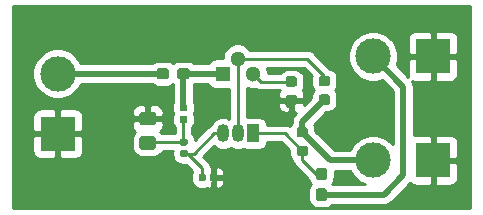
<source format=gbr>
G04 #@! TF.GenerationSoftware,KiCad,Pcbnew,(5.1.5)-3*
G04 #@! TF.CreationDate,2020-12-11T12:36:31+02:00*
G04 #@! TF.ProjectId,Single_transistor_AMP,53696e67-6c65-45f7-9472-616e73697374,V1.0*
G04 #@! TF.SameCoordinates,Original*
G04 #@! TF.FileFunction,Copper,L1,Top*
G04 #@! TF.FilePolarity,Positive*
%FSLAX46Y46*%
G04 Gerber Fmt 4.6, Leading zero omitted, Abs format (unit mm)*
G04 Created by KiCad (PCBNEW (5.1.5)-3) date 2020-12-11 12:36:31*
%MOMM*%
%LPD*%
G04 APERTURE LIST*
%ADD10C,0.100000*%
%ADD11R,3.000000X3.000000*%
%ADD12C,3.000000*%
%ADD13C,1.300000*%
%ADD14R,1.300000X1.300000*%
%ADD15O,1.050000X1.500000*%
%ADD16R,1.050000X1.500000*%
%ADD17C,0.800000*%
%ADD18C,0.500000*%
%ADD19C,0.250000*%
%ADD20C,0.254000*%
G04 APERTURE END LIST*
G04 #@! TA.AperFunction,SMDPad,CuDef*
D10*
G36*
X131600779Y-79536144D02*
G01*
X131623834Y-79539563D01*
X131646443Y-79545227D01*
X131668387Y-79553079D01*
X131689457Y-79563044D01*
X131709448Y-79575026D01*
X131728168Y-79588910D01*
X131745438Y-79604562D01*
X131761090Y-79621832D01*
X131774974Y-79640552D01*
X131786956Y-79660543D01*
X131796921Y-79681613D01*
X131804773Y-79703557D01*
X131810437Y-79726166D01*
X131813856Y-79749221D01*
X131815000Y-79772500D01*
X131815000Y-80247500D01*
X131813856Y-80270779D01*
X131810437Y-80293834D01*
X131804773Y-80316443D01*
X131796921Y-80338387D01*
X131786956Y-80359457D01*
X131774974Y-80379448D01*
X131761090Y-80398168D01*
X131745438Y-80415438D01*
X131728168Y-80431090D01*
X131709448Y-80444974D01*
X131689457Y-80456956D01*
X131668387Y-80466921D01*
X131646443Y-80474773D01*
X131623834Y-80480437D01*
X131600779Y-80483856D01*
X131577500Y-80485000D01*
X131002500Y-80485000D01*
X130979221Y-80483856D01*
X130956166Y-80480437D01*
X130933557Y-80474773D01*
X130911613Y-80466921D01*
X130890543Y-80456956D01*
X130870552Y-80444974D01*
X130851832Y-80431090D01*
X130834562Y-80415438D01*
X130818910Y-80398168D01*
X130805026Y-80379448D01*
X130793044Y-80359457D01*
X130783079Y-80338387D01*
X130775227Y-80316443D01*
X130769563Y-80293834D01*
X130766144Y-80270779D01*
X130765000Y-80247500D01*
X130765000Y-79772500D01*
X130766144Y-79749221D01*
X130769563Y-79726166D01*
X130775227Y-79703557D01*
X130783079Y-79681613D01*
X130793044Y-79660543D01*
X130805026Y-79640552D01*
X130818910Y-79621832D01*
X130834562Y-79604562D01*
X130851832Y-79588910D01*
X130870552Y-79575026D01*
X130890543Y-79563044D01*
X130911613Y-79553079D01*
X130933557Y-79545227D01*
X130956166Y-79539563D01*
X130979221Y-79536144D01*
X131002500Y-79535000D01*
X131577500Y-79535000D01*
X131600779Y-79536144D01*
G37*
G04 #@! TD.AperFunction*
G04 #@! TA.AperFunction,SMDPad,CuDef*
G36*
X129850779Y-79536144D02*
G01*
X129873834Y-79539563D01*
X129896443Y-79545227D01*
X129918387Y-79553079D01*
X129939457Y-79563044D01*
X129959448Y-79575026D01*
X129978168Y-79588910D01*
X129995438Y-79604562D01*
X130011090Y-79621832D01*
X130024974Y-79640552D01*
X130036956Y-79660543D01*
X130046921Y-79681613D01*
X130054773Y-79703557D01*
X130060437Y-79726166D01*
X130063856Y-79749221D01*
X130065000Y-79772500D01*
X130065000Y-80247500D01*
X130063856Y-80270779D01*
X130060437Y-80293834D01*
X130054773Y-80316443D01*
X130046921Y-80338387D01*
X130036956Y-80359457D01*
X130024974Y-80379448D01*
X130011090Y-80398168D01*
X129995438Y-80415438D01*
X129978168Y-80431090D01*
X129959448Y-80444974D01*
X129939457Y-80456956D01*
X129918387Y-80466921D01*
X129896443Y-80474773D01*
X129873834Y-80480437D01*
X129850779Y-80483856D01*
X129827500Y-80485000D01*
X129252500Y-80485000D01*
X129229221Y-80483856D01*
X129206166Y-80480437D01*
X129183557Y-80474773D01*
X129161613Y-80466921D01*
X129140543Y-80456956D01*
X129120552Y-80444974D01*
X129101832Y-80431090D01*
X129084562Y-80415438D01*
X129068910Y-80398168D01*
X129055026Y-80379448D01*
X129043044Y-80359457D01*
X129033079Y-80338387D01*
X129025227Y-80316443D01*
X129019563Y-80293834D01*
X129016144Y-80270779D01*
X129015000Y-80247500D01*
X129015000Y-79772500D01*
X129016144Y-79749221D01*
X129019563Y-79726166D01*
X129025227Y-79703557D01*
X129033079Y-79681613D01*
X129043044Y-79660543D01*
X129055026Y-79640552D01*
X129068910Y-79621832D01*
X129084562Y-79604562D01*
X129101832Y-79588910D01*
X129120552Y-79575026D01*
X129140543Y-79563044D01*
X129161613Y-79553079D01*
X129183557Y-79545227D01*
X129206166Y-79539563D01*
X129229221Y-79536144D01*
X129252500Y-79535000D01*
X129827500Y-79535000D01*
X129850779Y-79536144D01*
G37*
G04 #@! TD.AperFunction*
G04 #@! TA.AperFunction,SMDPad,CuDef*
G36*
X128744505Y-85296204D02*
G01*
X128768773Y-85299804D01*
X128792572Y-85305765D01*
X128815671Y-85314030D01*
X128837850Y-85324520D01*
X128858893Y-85337132D01*
X128878599Y-85351747D01*
X128896777Y-85368223D01*
X128913253Y-85386401D01*
X128927868Y-85406107D01*
X128940480Y-85427150D01*
X128950970Y-85449329D01*
X128959235Y-85472428D01*
X128965196Y-85496227D01*
X128968796Y-85520495D01*
X128970000Y-85544999D01*
X128970000Y-86195001D01*
X128968796Y-86219505D01*
X128965196Y-86243773D01*
X128959235Y-86267572D01*
X128950970Y-86290671D01*
X128940480Y-86312850D01*
X128927868Y-86333893D01*
X128913253Y-86353599D01*
X128896777Y-86371777D01*
X128878599Y-86388253D01*
X128858893Y-86402868D01*
X128837850Y-86415480D01*
X128815671Y-86425970D01*
X128792572Y-86434235D01*
X128768773Y-86440196D01*
X128744505Y-86443796D01*
X128720001Y-86445000D01*
X127819999Y-86445000D01*
X127795495Y-86443796D01*
X127771227Y-86440196D01*
X127747428Y-86434235D01*
X127724329Y-86425970D01*
X127702150Y-86415480D01*
X127681107Y-86402868D01*
X127661401Y-86388253D01*
X127643223Y-86371777D01*
X127626747Y-86353599D01*
X127612132Y-86333893D01*
X127599520Y-86312850D01*
X127589030Y-86290671D01*
X127580765Y-86267572D01*
X127574804Y-86243773D01*
X127571204Y-86219505D01*
X127570000Y-86195001D01*
X127570000Y-85544999D01*
X127571204Y-85520495D01*
X127574804Y-85496227D01*
X127580765Y-85472428D01*
X127589030Y-85449329D01*
X127599520Y-85427150D01*
X127612132Y-85406107D01*
X127626747Y-85386401D01*
X127643223Y-85368223D01*
X127661401Y-85351747D01*
X127681107Y-85337132D01*
X127702150Y-85324520D01*
X127724329Y-85314030D01*
X127747428Y-85305765D01*
X127771227Y-85299804D01*
X127795495Y-85296204D01*
X127819999Y-85295000D01*
X128720001Y-85295000D01*
X128744505Y-85296204D01*
G37*
G04 #@! TD.AperFunction*
G04 #@! TA.AperFunction,SMDPad,CuDef*
G36*
X128744505Y-83246204D02*
G01*
X128768773Y-83249804D01*
X128792572Y-83255765D01*
X128815671Y-83264030D01*
X128837850Y-83274520D01*
X128858893Y-83287132D01*
X128878599Y-83301747D01*
X128896777Y-83318223D01*
X128913253Y-83336401D01*
X128927868Y-83356107D01*
X128940480Y-83377150D01*
X128950970Y-83399329D01*
X128959235Y-83422428D01*
X128965196Y-83446227D01*
X128968796Y-83470495D01*
X128970000Y-83494999D01*
X128970000Y-84145001D01*
X128968796Y-84169505D01*
X128965196Y-84193773D01*
X128959235Y-84217572D01*
X128950970Y-84240671D01*
X128940480Y-84262850D01*
X128927868Y-84283893D01*
X128913253Y-84303599D01*
X128896777Y-84321777D01*
X128878599Y-84338253D01*
X128858893Y-84352868D01*
X128837850Y-84365480D01*
X128815671Y-84375970D01*
X128792572Y-84384235D01*
X128768773Y-84390196D01*
X128744505Y-84393796D01*
X128720001Y-84395000D01*
X127819999Y-84395000D01*
X127795495Y-84393796D01*
X127771227Y-84390196D01*
X127747428Y-84384235D01*
X127724329Y-84375970D01*
X127702150Y-84365480D01*
X127681107Y-84352868D01*
X127661401Y-84338253D01*
X127643223Y-84321777D01*
X127626747Y-84303599D01*
X127612132Y-84283893D01*
X127599520Y-84262850D01*
X127589030Y-84240671D01*
X127580765Y-84217572D01*
X127574804Y-84193773D01*
X127571204Y-84169505D01*
X127570000Y-84145001D01*
X127570000Y-83494999D01*
X127571204Y-83470495D01*
X127574804Y-83446227D01*
X127580765Y-83422428D01*
X127589030Y-83399329D01*
X127599520Y-83377150D01*
X127612132Y-83356107D01*
X127626747Y-83336401D01*
X127643223Y-83318223D01*
X127661401Y-83301747D01*
X127681107Y-83287132D01*
X127702150Y-83274520D01*
X127724329Y-83264030D01*
X127747428Y-83255765D01*
X127771227Y-83249804D01*
X127795495Y-83246204D01*
X127819999Y-83245000D01*
X128720001Y-83245000D01*
X128744505Y-83246204D01*
G37*
G04 #@! TD.AperFunction*
G04 #@! TA.AperFunction,SMDPad,CuDef*
G36*
X143235779Y-87976144D02*
G01*
X143258834Y-87979563D01*
X143281443Y-87985227D01*
X143303387Y-87993079D01*
X143324457Y-88003044D01*
X143344448Y-88015026D01*
X143363168Y-88028910D01*
X143380438Y-88044562D01*
X143396090Y-88061832D01*
X143409974Y-88080552D01*
X143421956Y-88100543D01*
X143431921Y-88121613D01*
X143439773Y-88143557D01*
X143445437Y-88166166D01*
X143448856Y-88189221D01*
X143450000Y-88212500D01*
X143450000Y-88787500D01*
X143448856Y-88810779D01*
X143445437Y-88833834D01*
X143439773Y-88856443D01*
X143431921Y-88878387D01*
X143421956Y-88899457D01*
X143409974Y-88919448D01*
X143396090Y-88938168D01*
X143380438Y-88955438D01*
X143363168Y-88971090D01*
X143344448Y-88984974D01*
X143324457Y-88996956D01*
X143303387Y-89006921D01*
X143281443Y-89014773D01*
X143258834Y-89020437D01*
X143235779Y-89023856D01*
X143212500Y-89025000D01*
X142737500Y-89025000D01*
X142714221Y-89023856D01*
X142691166Y-89020437D01*
X142668557Y-89014773D01*
X142646613Y-89006921D01*
X142625543Y-88996956D01*
X142605552Y-88984974D01*
X142586832Y-88971090D01*
X142569562Y-88955438D01*
X142553910Y-88938168D01*
X142540026Y-88919448D01*
X142528044Y-88899457D01*
X142518079Y-88878387D01*
X142510227Y-88856443D01*
X142504563Y-88833834D01*
X142501144Y-88810779D01*
X142500000Y-88787500D01*
X142500000Y-88212500D01*
X142501144Y-88189221D01*
X142504563Y-88166166D01*
X142510227Y-88143557D01*
X142518079Y-88121613D01*
X142528044Y-88100543D01*
X142540026Y-88080552D01*
X142553910Y-88061832D01*
X142569562Y-88044562D01*
X142586832Y-88028910D01*
X142605552Y-88015026D01*
X142625543Y-88003044D01*
X142646613Y-87993079D01*
X142668557Y-87985227D01*
X142691166Y-87979563D01*
X142714221Y-87976144D01*
X142737500Y-87975000D01*
X143212500Y-87975000D01*
X143235779Y-87976144D01*
G37*
G04 #@! TD.AperFunction*
G04 #@! TA.AperFunction,SMDPad,CuDef*
G36*
X143235779Y-89726144D02*
G01*
X143258834Y-89729563D01*
X143281443Y-89735227D01*
X143303387Y-89743079D01*
X143324457Y-89753044D01*
X143344448Y-89765026D01*
X143363168Y-89778910D01*
X143380438Y-89794562D01*
X143396090Y-89811832D01*
X143409974Y-89830552D01*
X143421956Y-89850543D01*
X143431921Y-89871613D01*
X143439773Y-89893557D01*
X143445437Y-89916166D01*
X143448856Y-89939221D01*
X143450000Y-89962500D01*
X143450000Y-90537500D01*
X143448856Y-90560779D01*
X143445437Y-90583834D01*
X143439773Y-90606443D01*
X143431921Y-90628387D01*
X143421956Y-90649457D01*
X143409974Y-90669448D01*
X143396090Y-90688168D01*
X143380438Y-90705438D01*
X143363168Y-90721090D01*
X143344448Y-90734974D01*
X143324457Y-90746956D01*
X143303387Y-90756921D01*
X143281443Y-90764773D01*
X143258834Y-90770437D01*
X143235779Y-90773856D01*
X143212500Y-90775000D01*
X142737500Y-90775000D01*
X142714221Y-90773856D01*
X142691166Y-90770437D01*
X142668557Y-90764773D01*
X142646613Y-90756921D01*
X142625543Y-90746956D01*
X142605552Y-90734974D01*
X142586832Y-90721090D01*
X142569562Y-90705438D01*
X142553910Y-90688168D01*
X142540026Y-90669448D01*
X142528044Y-90649457D01*
X142518079Y-90628387D01*
X142510227Y-90606443D01*
X142504563Y-90583834D01*
X142501144Y-90560779D01*
X142500000Y-90537500D01*
X142500000Y-89962500D01*
X142501144Y-89939221D01*
X142504563Y-89916166D01*
X142510227Y-89893557D01*
X142518079Y-89871613D01*
X142528044Y-89850543D01*
X142540026Y-89830552D01*
X142553910Y-89811832D01*
X142569562Y-89794562D01*
X142586832Y-89778910D01*
X142605552Y-89765026D01*
X142625543Y-89753044D01*
X142646613Y-89743079D01*
X142668557Y-89735227D01*
X142691166Y-89729563D01*
X142714221Y-89726144D01*
X142737500Y-89725000D01*
X143212500Y-89725000D01*
X143235779Y-89726144D01*
G37*
G04 #@! TD.AperFunction*
D11*
X120650000Y-85090000D03*
D12*
X120650000Y-80010000D03*
X147345000Y-78550000D03*
D11*
X152425000Y-78550000D03*
X152425000Y-87350000D03*
D12*
X147345000Y-87350000D03*
D13*
X135890000Y-78740000D03*
X137160000Y-80010000D03*
D14*
X134620000Y-80010000D03*
D15*
X135930000Y-85075000D03*
X134660000Y-85075000D03*
D16*
X137200000Y-85075000D03*
G04 #@! TA.AperFunction,SMDPad,CuDef*
D10*
G36*
X143502691Y-81763553D02*
G01*
X143523926Y-81766703D01*
X143544750Y-81771919D01*
X143564962Y-81779151D01*
X143584368Y-81788330D01*
X143602781Y-81799366D01*
X143620024Y-81812154D01*
X143635930Y-81826570D01*
X143650346Y-81842476D01*
X143663134Y-81859719D01*
X143674170Y-81878132D01*
X143683349Y-81897538D01*
X143690581Y-81917750D01*
X143695797Y-81938574D01*
X143698947Y-81959809D01*
X143700000Y-81981250D01*
X143700000Y-82418750D01*
X143698947Y-82440191D01*
X143695797Y-82461426D01*
X143690581Y-82482250D01*
X143683349Y-82502462D01*
X143674170Y-82521868D01*
X143663134Y-82540281D01*
X143650346Y-82557524D01*
X143635930Y-82573430D01*
X143620024Y-82587846D01*
X143602781Y-82600634D01*
X143584368Y-82611670D01*
X143564962Y-82620849D01*
X143544750Y-82628081D01*
X143523926Y-82633297D01*
X143502691Y-82636447D01*
X143481250Y-82637500D01*
X142968750Y-82637500D01*
X142947309Y-82636447D01*
X142926074Y-82633297D01*
X142905250Y-82628081D01*
X142885038Y-82620849D01*
X142865632Y-82611670D01*
X142847219Y-82600634D01*
X142829976Y-82587846D01*
X142814070Y-82573430D01*
X142799654Y-82557524D01*
X142786866Y-82540281D01*
X142775830Y-82521868D01*
X142766651Y-82502462D01*
X142759419Y-82482250D01*
X142754203Y-82461426D01*
X142751053Y-82440191D01*
X142750000Y-82418750D01*
X142750000Y-81981250D01*
X142751053Y-81959809D01*
X142754203Y-81938574D01*
X142759419Y-81917750D01*
X142766651Y-81897538D01*
X142775830Y-81878132D01*
X142786866Y-81859719D01*
X142799654Y-81842476D01*
X142814070Y-81826570D01*
X142829976Y-81812154D01*
X142847219Y-81799366D01*
X142865632Y-81788330D01*
X142885038Y-81779151D01*
X142905250Y-81771919D01*
X142926074Y-81766703D01*
X142947309Y-81763553D01*
X142968750Y-81762500D01*
X143481250Y-81762500D01*
X143502691Y-81763553D01*
G37*
G04 #@! TD.AperFunction*
G04 #@! TA.AperFunction,SMDPad,CuDef*
G36*
X143502691Y-80188553D02*
G01*
X143523926Y-80191703D01*
X143544750Y-80196919D01*
X143564962Y-80204151D01*
X143584368Y-80213330D01*
X143602781Y-80224366D01*
X143620024Y-80237154D01*
X143635930Y-80251570D01*
X143650346Y-80267476D01*
X143663134Y-80284719D01*
X143674170Y-80303132D01*
X143683349Y-80322538D01*
X143690581Y-80342750D01*
X143695797Y-80363574D01*
X143698947Y-80384809D01*
X143700000Y-80406250D01*
X143700000Y-80843750D01*
X143698947Y-80865191D01*
X143695797Y-80886426D01*
X143690581Y-80907250D01*
X143683349Y-80927462D01*
X143674170Y-80946868D01*
X143663134Y-80965281D01*
X143650346Y-80982524D01*
X143635930Y-80998430D01*
X143620024Y-81012846D01*
X143602781Y-81025634D01*
X143584368Y-81036670D01*
X143564962Y-81045849D01*
X143544750Y-81053081D01*
X143523926Y-81058297D01*
X143502691Y-81061447D01*
X143481250Y-81062500D01*
X142968750Y-81062500D01*
X142947309Y-81061447D01*
X142926074Y-81058297D01*
X142905250Y-81053081D01*
X142885038Y-81045849D01*
X142865632Y-81036670D01*
X142847219Y-81025634D01*
X142829976Y-81012846D01*
X142814070Y-80998430D01*
X142799654Y-80982524D01*
X142786866Y-80965281D01*
X142775830Y-80946868D01*
X142766651Y-80927462D01*
X142759419Y-80907250D01*
X142754203Y-80886426D01*
X142751053Y-80865191D01*
X142750000Y-80843750D01*
X142750000Y-80406250D01*
X142751053Y-80384809D01*
X142754203Y-80363574D01*
X142759419Y-80342750D01*
X142766651Y-80322538D01*
X142775830Y-80303132D01*
X142786866Y-80284719D01*
X142799654Y-80267476D01*
X142814070Y-80251570D01*
X142829976Y-80237154D01*
X142847219Y-80224366D01*
X142865632Y-80213330D01*
X142885038Y-80204151D01*
X142905250Y-80196919D01*
X142926074Y-80191703D01*
X142947309Y-80188553D01*
X142968750Y-80187500D01*
X143481250Y-80187500D01*
X143502691Y-80188553D01*
G37*
G04 #@! TD.AperFunction*
G04 #@! TA.AperFunction,SMDPad,CuDef*
G36*
X131486958Y-82610710D02*
G01*
X131501276Y-82612834D01*
X131515317Y-82616351D01*
X131528946Y-82621228D01*
X131542031Y-82627417D01*
X131554447Y-82634858D01*
X131566073Y-82643481D01*
X131576798Y-82653202D01*
X131586519Y-82663927D01*
X131595142Y-82675553D01*
X131602583Y-82687969D01*
X131608772Y-82701054D01*
X131613649Y-82714683D01*
X131617166Y-82728724D01*
X131619290Y-82743042D01*
X131620000Y-82757500D01*
X131620000Y-83052500D01*
X131619290Y-83066958D01*
X131617166Y-83081276D01*
X131613649Y-83095317D01*
X131608772Y-83108946D01*
X131602583Y-83122031D01*
X131595142Y-83134447D01*
X131586519Y-83146073D01*
X131576798Y-83156798D01*
X131566073Y-83166519D01*
X131554447Y-83175142D01*
X131542031Y-83182583D01*
X131528946Y-83188772D01*
X131515317Y-83193649D01*
X131501276Y-83197166D01*
X131486958Y-83199290D01*
X131472500Y-83200000D01*
X131127500Y-83200000D01*
X131113042Y-83199290D01*
X131098724Y-83197166D01*
X131084683Y-83193649D01*
X131071054Y-83188772D01*
X131057969Y-83182583D01*
X131045553Y-83175142D01*
X131033927Y-83166519D01*
X131023202Y-83156798D01*
X131013481Y-83146073D01*
X131004858Y-83134447D01*
X130997417Y-83122031D01*
X130991228Y-83108946D01*
X130986351Y-83095317D01*
X130982834Y-83081276D01*
X130980710Y-83066958D01*
X130980000Y-83052500D01*
X130980000Y-82757500D01*
X130980710Y-82743042D01*
X130982834Y-82728724D01*
X130986351Y-82714683D01*
X130991228Y-82701054D01*
X130997417Y-82687969D01*
X131004858Y-82675553D01*
X131013481Y-82663927D01*
X131023202Y-82653202D01*
X131033927Y-82643481D01*
X131045553Y-82634858D01*
X131057969Y-82627417D01*
X131071054Y-82621228D01*
X131084683Y-82616351D01*
X131098724Y-82612834D01*
X131113042Y-82610710D01*
X131127500Y-82610000D01*
X131472500Y-82610000D01*
X131486958Y-82610710D01*
G37*
G04 #@! TD.AperFunction*
G04 #@! TA.AperFunction,SMDPad,CuDef*
G36*
X131486958Y-83580710D02*
G01*
X131501276Y-83582834D01*
X131515317Y-83586351D01*
X131528946Y-83591228D01*
X131542031Y-83597417D01*
X131554447Y-83604858D01*
X131566073Y-83613481D01*
X131576798Y-83623202D01*
X131586519Y-83633927D01*
X131595142Y-83645553D01*
X131602583Y-83657969D01*
X131608772Y-83671054D01*
X131613649Y-83684683D01*
X131617166Y-83698724D01*
X131619290Y-83713042D01*
X131620000Y-83727500D01*
X131620000Y-84022500D01*
X131619290Y-84036958D01*
X131617166Y-84051276D01*
X131613649Y-84065317D01*
X131608772Y-84078946D01*
X131602583Y-84092031D01*
X131595142Y-84104447D01*
X131586519Y-84116073D01*
X131576798Y-84126798D01*
X131566073Y-84136519D01*
X131554447Y-84145142D01*
X131542031Y-84152583D01*
X131528946Y-84158772D01*
X131515317Y-84163649D01*
X131501276Y-84167166D01*
X131486958Y-84169290D01*
X131472500Y-84170000D01*
X131127500Y-84170000D01*
X131113042Y-84169290D01*
X131098724Y-84167166D01*
X131084683Y-84163649D01*
X131071054Y-84158772D01*
X131057969Y-84152583D01*
X131045553Y-84145142D01*
X131033927Y-84136519D01*
X131023202Y-84126798D01*
X131013481Y-84116073D01*
X131004858Y-84104447D01*
X130997417Y-84092031D01*
X130991228Y-84078946D01*
X130986351Y-84065317D01*
X130982834Y-84051276D01*
X130980710Y-84036958D01*
X130980000Y-84022500D01*
X130980000Y-83727500D01*
X130980710Y-83713042D01*
X130982834Y-83698724D01*
X130986351Y-83684683D01*
X130991228Y-83671054D01*
X130997417Y-83657969D01*
X131004858Y-83645553D01*
X131013481Y-83633927D01*
X131023202Y-83623202D01*
X131033927Y-83613481D01*
X131045553Y-83604858D01*
X131057969Y-83597417D01*
X131071054Y-83591228D01*
X131084683Y-83586351D01*
X131098724Y-83582834D01*
X131113042Y-83580710D01*
X131127500Y-83580000D01*
X131472500Y-83580000D01*
X131486958Y-83580710D01*
G37*
G04 #@! TD.AperFunction*
G04 #@! TA.AperFunction,SMDPad,CuDef*
G36*
X141627691Y-86113553D02*
G01*
X141648926Y-86116703D01*
X141669750Y-86121919D01*
X141689962Y-86129151D01*
X141709368Y-86138330D01*
X141727781Y-86149366D01*
X141745024Y-86162154D01*
X141760930Y-86176570D01*
X141775346Y-86192476D01*
X141788134Y-86209719D01*
X141799170Y-86228132D01*
X141808349Y-86247538D01*
X141815581Y-86267750D01*
X141820797Y-86288574D01*
X141823947Y-86309809D01*
X141825000Y-86331250D01*
X141825000Y-86768750D01*
X141823947Y-86790191D01*
X141820797Y-86811426D01*
X141815581Y-86832250D01*
X141808349Y-86852462D01*
X141799170Y-86871868D01*
X141788134Y-86890281D01*
X141775346Y-86907524D01*
X141760930Y-86923430D01*
X141745024Y-86937846D01*
X141727781Y-86950634D01*
X141709368Y-86961670D01*
X141689962Y-86970849D01*
X141669750Y-86978081D01*
X141648926Y-86983297D01*
X141627691Y-86986447D01*
X141606250Y-86987500D01*
X141093750Y-86987500D01*
X141072309Y-86986447D01*
X141051074Y-86983297D01*
X141030250Y-86978081D01*
X141010038Y-86970849D01*
X140990632Y-86961670D01*
X140972219Y-86950634D01*
X140954976Y-86937846D01*
X140939070Y-86923430D01*
X140924654Y-86907524D01*
X140911866Y-86890281D01*
X140900830Y-86871868D01*
X140891651Y-86852462D01*
X140884419Y-86832250D01*
X140879203Y-86811426D01*
X140876053Y-86790191D01*
X140875000Y-86768750D01*
X140875000Y-86331250D01*
X140876053Y-86309809D01*
X140879203Y-86288574D01*
X140884419Y-86267750D01*
X140891651Y-86247538D01*
X140900830Y-86228132D01*
X140911866Y-86209719D01*
X140924654Y-86192476D01*
X140939070Y-86176570D01*
X140954976Y-86162154D01*
X140972219Y-86149366D01*
X140990632Y-86138330D01*
X141010038Y-86129151D01*
X141030250Y-86121919D01*
X141051074Y-86116703D01*
X141072309Y-86113553D01*
X141093750Y-86112500D01*
X141606250Y-86112500D01*
X141627691Y-86113553D01*
G37*
G04 #@! TD.AperFunction*
G04 #@! TA.AperFunction,SMDPad,CuDef*
G36*
X141627691Y-84538553D02*
G01*
X141648926Y-84541703D01*
X141669750Y-84546919D01*
X141689962Y-84554151D01*
X141709368Y-84563330D01*
X141727781Y-84574366D01*
X141745024Y-84587154D01*
X141760930Y-84601570D01*
X141775346Y-84617476D01*
X141788134Y-84634719D01*
X141799170Y-84653132D01*
X141808349Y-84672538D01*
X141815581Y-84692750D01*
X141820797Y-84713574D01*
X141823947Y-84734809D01*
X141825000Y-84756250D01*
X141825000Y-85193750D01*
X141823947Y-85215191D01*
X141820797Y-85236426D01*
X141815581Y-85257250D01*
X141808349Y-85277462D01*
X141799170Y-85296868D01*
X141788134Y-85315281D01*
X141775346Y-85332524D01*
X141760930Y-85348430D01*
X141745024Y-85362846D01*
X141727781Y-85375634D01*
X141709368Y-85386670D01*
X141689962Y-85395849D01*
X141669750Y-85403081D01*
X141648926Y-85408297D01*
X141627691Y-85411447D01*
X141606250Y-85412500D01*
X141093750Y-85412500D01*
X141072309Y-85411447D01*
X141051074Y-85408297D01*
X141030250Y-85403081D01*
X141010038Y-85395849D01*
X140990632Y-85386670D01*
X140972219Y-85375634D01*
X140954976Y-85362846D01*
X140939070Y-85348430D01*
X140924654Y-85332524D01*
X140911866Y-85315281D01*
X140900830Y-85296868D01*
X140891651Y-85277462D01*
X140884419Y-85257250D01*
X140879203Y-85236426D01*
X140876053Y-85215191D01*
X140875000Y-85193750D01*
X140875000Y-84756250D01*
X140876053Y-84734809D01*
X140879203Y-84713574D01*
X140884419Y-84692750D01*
X140891651Y-84672538D01*
X140900830Y-84653132D01*
X140911866Y-84634719D01*
X140924654Y-84617476D01*
X140939070Y-84601570D01*
X140954976Y-84587154D01*
X140972219Y-84574366D01*
X140990632Y-84563330D01*
X141010038Y-84554151D01*
X141030250Y-84546919D01*
X141051074Y-84541703D01*
X141072309Y-84538553D01*
X141093750Y-84537500D01*
X141606250Y-84537500D01*
X141627691Y-84538553D01*
G37*
G04 #@! TD.AperFunction*
G04 #@! TA.AperFunction,SMDPad,CuDef*
G36*
X140702691Y-80238553D02*
G01*
X140723926Y-80241703D01*
X140744750Y-80246919D01*
X140764962Y-80254151D01*
X140784368Y-80263330D01*
X140802781Y-80274366D01*
X140820024Y-80287154D01*
X140835930Y-80301570D01*
X140850346Y-80317476D01*
X140863134Y-80334719D01*
X140874170Y-80353132D01*
X140883349Y-80372538D01*
X140890581Y-80392750D01*
X140895797Y-80413574D01*
X140898947Y-80434809D01*
X140900000Y-80456250D01*
X140900000Y-80893750D01*
X140898947Y-80915191D01*
X140895797Y-80936426D01*
X140890581Y-80957250D01*
X140883349Y-80977462D01*
X140874170Y-80996868D01*
X140863134Y-81015281D01*
X140850346Y-81032524D01*
X140835930Y-81048430D01*
X140820024Y-81062846D01*
X140802781Y-81075634D01*
X140784368Y-81086670D01*
X140764962Y-81095849D01*
X140744750Y-81103081D01*
X140723926Y-81108297D01*
X140702691Y-81111447D01*
X140681250Y-81112500D01*
X140168750Y-81112500D01*
X140147309Y-81111447D01*
X140126074Y-81108297D01*
X140105250Y-81103081D01*
X140085038Y-81095849D01*
X140065632Y-81086670D01*
X140047219Y-81075634D01*
X140029976Y-81062846D01*
X140014070Y-81048430D01*
X139999654Y-81032524D01*
X139986866Y-81015281D01*
X139975830Y-80996868D01*
X139966651Y-80977462D01*
X139959419Y-80957250D01*
X139954203Y-80936426D01*
X139951053Y-80915191D01*
X139950000Y-80893750D01*
X139950000Y-80456250D01*
X139951053Y-80434809D01*
X139954203Y-80413574D01*
X139959419Y-80392750D01*
X139966651Y-80372538D01*
X139975830Y-80353132D01*
X139986866Y-80334719D01*
X139999654Y-80317476D01*
X140014070Y-80301570D01*
X140029976Y-80287154D01*
X140047219Y-80274366D01*
X140065632Y-80263330D01*
X140085038Y-80254151D01*
X140105250Y-80246919D01*
X140126074Y-80241703D01*
X140147309Y-80238553D01*
X140168750Y-80237500D01*
X140681250Y-80237500D01*
X140702691Y-80238553D01*
G37*
G04 #@! TD.AperFunction*
G04 #@! TA.AperFunction,SMDPad,CuDef*
G36*
X140702691Y-81813553D02*
G01*
X140723926Y-81816703D01*
X140744750Y-81821919D01*
X140764962Y-81829151D01*
X140784368Y-81838330D01*
X140802781Y-81849366D01*
X140820024Y-81862154D01*
X140835930Y-81876570D01*
X140850346Y-81892476D01*
X140863134Y-81909719D01*
X140874170Y-81928132D01*
X140883349Y-81947538D01*
X140890581Y-81967750D01*
X140895797Y-81988574D01*
X140898947Y-82009809D01*
X140900000Y-82031250D01*
X140900000Y-82468750D01*
X140898947Y-82490191D01*
X140895797Y-82511426D01*
X140890581Y-82532250D01*
X140883349Y-82552462D01*
X140874170Y-82571868D01*
X140863134Y-82590281D01*
X140850346Y-82607524D01*
X140835930Y-82623430D01*
X140820024Y-82637846D01*
X140802781Y-82650634D01*
X140784368Y-82661670D01*
X140764962Y-82670849D01*
X140744750Y-82678081D01*
X140723926Y-82683297D01*
X140702691Y-82686447D01*
X140681250Y-82687500D01*
X140168750Y-82687500D01*
X140147309Y-82686447D01*
X140126074Y-82683297D01*
X140105250Y-82678081D01*
X140085038Y-82670849D01*
X140065632Y-82661670D01*
X140047219Y-82650634D01*
X140029976Y-82637846D01*
X140014070Y-82623430D01*
X139999654Y-82607524D01*
X139986866Y-82590281D01*
X139975830Y-82571868D01*
X139966651Y-82552462D01*
X139959419Y-82532250D01*
X139954203Y-82511426D01*
X139951053Y-82490191D01*
X139950000Y-82468750D01*
X139950000Y-82031250D01*
X139951053Y-82009809D01*
X139954203Y-81988574D01*
X139959419Y-81967750D01*
X139966651Y-81947538D01*
X139975830Y-81928132D01*
X139986866Y-81909719D01*
X139999654Y-81892476D01*
X140014070Y-81876570D01*
X140029976Y-81862154D01*
X140047219Y-81849366D01*
X140065632Y-81838330D01*
X140085038Y-81829151D01*
X140105250Y-81821919D01*
X140126074Y-81816703D01*
X140147309Y-81813553D01*
X140168750Y-81812500D01*
X140681250Y-81812500D01*
X140702691Y-81813553D01*
G37*
G04 #@! TD.AperFunction*
G04 #@! TA.AperFunction,SMDPad,CuDef*
G36*
X131511958Y-86475710D02*
G01*
X131526276Y-86477834D01*
X131540317Y-86481351D01*
X131553946Y-86486228D01*
X131567031Y-86492417D01*
X131579447Y-86499858D01*
X131591073Y-86508481D01*
X131601798Y-86518202D01*
X131611519Y-86528927D01*
X131620142Y-86540553D01*
X131627583Y-86552969D01*
X131633772Y-86566054D01*
X131638649Y-86579683D01*
X131642166Y-86593724D01*
X131644290Y-86608042D01*
X131645000Y-86622500D01*
X131645000Y-86917500D01*
X131644290Y-86931958D01*
X131642166Y-86946276D01*
X131638649Y-86960317D01*
X131633772Y-86973946D01*
X131627583Y-86987031D01*
X131620142Y-86999447D01*
X131611519Y-87011073D01*
X131601798Y-87021798D01*
X131591073Y-87031519D01*
X131579447Y-87040142D01*
X131567031Y-87047583D01*
X131553946Y-87053772D01*
X131540317Y-87058649D01*
X131526276Y-87062166D01*
X131511958Y-87064290D01*
X131497500Y-87065000D01*
X131152500Y-87065000D01*
X131138042Y-87064290D01*
X131123724Y-87062166D01*
X131109683Y-87058649D01*
X131096054Y-87053772D01*
X131082969Y-87047583D01*
X131070553Y-87040142D01*
X131058927Y-87031519D01*
X131048202Y-87021798D01*
X131038481Y-87011073D01*
X131029858Y-86999447D01*
X131022417Y-86987031D01*
X131016228Y-86973946D01*
X131011351Y-86960317D01*
X131007834Y-86946276D01*
X131005710Y-86931958D01*
X131005000Y-86917500D01*
X131005000Y-86622500D01*
X131005710Y-86608042D01*
X131007834Y-86593724D01*
X131011351Y-86579683D01*
X131016228Y-86566054D01*
X131022417Y-86552969D01*
X131029858Y-86540553D01*
X131038481Y-86528927D01*
X131048202Y-86518202D01*
X131058927Y-86508481D01*
X131070553Y-86499858D01*
X131082969Y-86492417D01*
X131096054Y-86486228D01*
X131109683Y-86481351D01*
X131123724Y-86477834D01*
X131138042Y-86475710D01*
X131152500Y-86475000D01*
X131497500Y-86475000D01*
X131511958Y-86475710D01*
G37*
G04 #@! TD.AperFunction*
G04 #@! TA.AperFunction,SMDPad,CuDef*
G36*
X131511958Y-85505710D02*
G01*
X131526276Y-85507834D01*
X131540317Y-85511351D01*
X131553946Y-85516228D01*
X131567031Y-85522417D01*
X131579447Y-85529858D01*
X131591073Y-85538481D01*
X131601798Y-85548202D01*
X131611519Y-85558927D01*
X131620142Y-85570553D01*
X131627583Y-85582969D01*
X131633772Y-85596054D01*
X131638649Y-85609683D01*
X131642166Y-85623724D01*
X131644290Y-85638042D01*
X131645000Y-85652500D01*
X131645000Y-85947500D01*
X131644290Y-85961958D01*
X131642166Y-85976276D01*
X131638649Y-85990317D01*
X131633772Y-86003946D01*
X131627583Y-86017031D01*
X131620142Y-86029447D01*
X131611519Y-86041073D01*
X131601798Y-86051798D01*
X131591073Y-86061519D01*
X131579447Y-86070142D01*
X131567031Y-86077583D01*
X131553946Y-86083772D01*
X131540317Y-86088649D01*
X131526276Y-86092166D01*
X131511958Y-86094290D01*
X131497500Y-86095000D01*
X131152500Y-86095000D01*
X131138042Y-86094290D01*
X131123724Y-86092166D01*
X131109683Y-86088649D01*
X131096054Y-86083772D01*
X131082969Y-86077583D01*
X131070553Y-86070142D01*
X131058927Y-86061519D01*
X131048202Y-86051798D01*
X131038481Y-86041073D01*
X131029858Y-86029447D01*
X131022417Y-86017031D01*
X131016228Y-86003946D01*
X131011351Y-85990317D01*
X131007834Y-85976276D01*
X131005710Y-85961958D01*
X131005000Y-85947500D01*
X131005000Y-85652500D01*
X131005710Y-85638042D01*
X131007834Y-85623724D01*
X131011351Y-85609683D01*
X131016228Y-85596054D01*
X131022417Y-85582969D01*
X131029858Y-85570553D01*
X131038481Y-85558927D01*
X131048202Y-85548202D01*
X131058927Y-85538481D01*
X131070553Y-85529858D01*
X131082969Y-85522417D01*
X131096054Y-85516228D01*
X131109683Y-85511351D01*
X131123724Y-85507834D01*
X131138042Y-85505710D01*
X131152500Y-85505000D01*
X131497500Y-85505000D01*
X131511958Y-85505710D01*
G37*
G04 #@! TD.AperFunction*
G04 #@! TA.AperFunction,SMDPad,CuDef*
G36*
X134011958Y-88480710D02*
G01*
X134026276Y-88482834D01*
X134040317Y-88486351D01*
X134053946Y-88491228D01*
X134067031Y-88497417D01*
X134079447Y-88504858D01*
X134091073Y-88513481D01*
X134101798Y-88523202D01*
X134111519Y-88533927D01*
X134120142Y-88545553D01*
X134127583Y-88557969D01*
X134133772Y-88571054D01*
X134138649Y-88584683D01*
X134142166Y-88598724D01*
X134144290Y-88613042D01*
X134145000Y-88627500D01*
X134145000Y-88972500D01*
X134144290Y-88986958D01*
X134142166Y-89001276D01*
X134138649Y-89015317D01*
X134133772Y-89028946D01*
X134127583Y-89042031D01*
X134120142Y-89054447D01*
X134111519Y-89066073D01*
X134101798Y-89076798D01*
X134091073Y-89086519D01*
X134079447Y-89095142D01*
X134067031Y-89102583D01*
X134053946Y-89108772D01*
X134040317Y-89113649D01*
X134026276Y-89117166D01*
X134011958Y-89119290D01*
X133997500Y-89120000D01*
X133702500Y-89120000D01*
X133688042Y-89119290D01*
X133673724Y-89117166D01*
X133659683Y-89113649D01*
X133646054Y-89108772D01*
X133632969Y-89102583D01*
X133620553Y-89095142D01*
X133608927Y-89086519D01*
X133598202Y-89076798D01*
X133588481Y-89066073D01*
X133579858Y-89054447D01*
X133572417Y-89042031D01*
X133566228Y-89028946D01*
X133561351Y-89015317D01*
X133557834Y-89001276D01*
X133555710Y-88986958D01*
X133555000Y-88972500D01*
X133555000Y-88627500D01*
X133555710Y-88613042D01*
X133557834Y-88598724D01*
X133561351Y-88584683D01*
X133566228Y-88571054D01*
X133572417Y-88557969D01*
X133579858Y-88545553D01*
X133588481Y-88533927D01*
X133598202Y-88523202D01*
X133608927Y-88513481D01*
X133620553Y-88504858D01*
X133632969Y-88497417D01*
X133646054Y-88491228D01*
X133659683Y-88486351D01*
X133673724Y-88482834D01*
X133688042Y-88480710D01*
X133702500Y-88480000D01*
X133997500Y-88480000D01*
X134011958Y-88480710D01*
G37*
G04 #@! TD.AperFunction*
G04 #@! TA.AperFunction,SMDPad,CuDef*
G36*
X133041958Y-88480710D02*
G01*
X133056276Y-88482834D01*
X133070317Y-88486351D01*
X133083946Y-88491228D01*
X133097031Y-88497417D01*
X133109447Y-88504858D01*
X133121073Y-88513481D01*
X133131798Y-88523202D01*
X133141519Y-88533927D01*
X133150142Y-88545553D01*
X133157583Y-88557969D01*
X133163772Y-88571054D01*
X133168649Y-88584683D01*
X133172166Y-88598724D01*
X133174290Y-88613042D01*
X133175000Y-88627500D01*
X133175000Y-88972500D01*
X133174290Y-88986958D01*
X133172166Y-89001276D01*
X133168649Y-89015317D01*
X133163772Y-89028946D01*
X133157583Y-89042031D01*
X133150142Y-89054447D01*
X133141519Y-89066073D01*
X133131798Y-89076798D01*
X133121073Y-89086519D01*
X133109447Y-89095142D01*
X133097031Y-89102583D01*
X133083946Y-89108772D01*
X133070317Y-89113649D01*
X133056276Y-89117166D01*
X133041958Y-89119290D01*
X133027500Y-89120000D01*
X132732500Y-89120000D01*
X132718042Y-89119290D01*
X132703724Y-89117166D01*
X132689683Y-89113649D01*
X132676054Y-89108772D01*
X132662969Y-89102583D01*
X132650553Y-89095142D01*
X132638927Y-89086519D01*
X132628202Y-89076798D01*
X132618481Y-89066073D01*
X132609858Y-89054447D01*
X132602417Y-89042031D01*
X132596228Y-89028946D01*
X132591351Y-89015317D01*
X132587834Y-89001276D01*
X132585710Y-88986958D01*
X132585000Y-88972500D01*
X132585000Y-88627500D01*
X132585710Y-88613042D01*
X132587834Y-88598724D01*
X132591351Y-88584683D01*
X132596228Y-88571054D01*
X132602417Y-88557969D01*
X132609858Y-88545553D01*
X132618481Y-88533927D01*
X132628202Y-88523202D01*
X132638927Y-88513481D01*
X132650553Y-88504858D01*
X132662969Y-88497417D01*
X132676054Y-88491228D01*
X132689683Y-88486351D01*
X132703724Y-88482834D01*
X132718042Y-88480710D01*
X132732500Y-88480000D01*
X133027500Y-88480000D01*
X133041958Y-88480710D01*
G37*
G04 #@! TD.AperFunction*
D17*
X140335000Y-82550000D03*
X133350000Y-82550000D03*
X144780000Y-88900000D03*
D18*
X129540000Y-80010000D02*
X120650000Y-80010000D01*
X134620000Y-80010000D02*
X131290000Y-80010000D01*
X131290000Y-82819990D02*
X131300000Y-82829990D01*
X131290000Y-80010000D02*
X131290000Y-82819990D01*
D19*
X131300000Y-85775000D02*
X131325000Y-85800000D01*
X131300000Y-83875000D02*
X131300000Y-85775000D01*
X128340000Y-85800000D02*
X128270000Y-85870000D01*
X131325000Y-85800000D02*
X128340000Y-85800000D01*
X139875000Y-85075000D02*
X141350000Y-86550000D01*
X137200000Y-85075000D02*
X139875000Y-85075000D01*
X141350000Y-86987500D02*
X141350000Y-86550000D01*
X141350000Y-87350000D02*
X141350000Y-86987500D01*
X142500000Y-88500000D02*
X141350000Y-87350000D01*
X142975000Y-88500000D02*
X142500000Y-88500000D01*
X142975000Y-90250000D02*
X143450000Y-90250000D01*
D18*
X142975000Y-90250000D02*
X148275000Y-90250000D01*
X148275000Y-90250000D02*
X149900000Y-88625000D01*
X149900000Y-81105000D02*
X147345000Y-78550000D01*
X149900000Y-88625000D02*
X149900000Y-81105000D01*
X143725000Y-87350000D02*
X141350000Y-84975000D01*
X147345000Y-87350000D02*
X143725000Y-87350000D01*
X141350000Y-84075000D02*
X143225000Y-82200000D01*
X141350000Y-84975000D02*
X141350000Y-84075000D01*
D19*
X135930000Y-78780000D02*
X135890000Y-78740000D01*
X135930000Y-85075000D02*
X135930000Y-78780000D01*
X136809238Y-78740000D02*
X135890000Y-78740000D01*
X141777500Y-78740000D02*
X136809238Y-78740000D01*
X143225000Y-80187500D02*
X141777500Y-78740000D01*
X143225000Y-80625000D02*
X143225000Y-80187500D01*
X137825000Y-80675000D02*
X137160000Y-80010000D01*
X140425000Y-80675000D02*
X137825000Y-80675000D01*
X132190000Y-86770000D02*
X131645000Y-86770000D01*
X133885000Y-85075000D02*
X132190000Y-86770000D01*
X134660000Y-85075000D02*
X133885000Y-85075000D01*
X131645000Y-86770000D02*
X131325000Y-86770000D01*
X132880000Y-88005000D02*
X131645000Y-86770000D01*
X132880000Y-88800000D02*
X132880000Y-88005000D01*
D20*
G36*
X155550001Y-91415000D02*
G01*
X116865000Y-91415000D01*
X116865000Y-86590000D01*
X118511928Y-86590000D01*
X118524188Y-86714482D01*
X118560498Y-86834180D01*
X118619463Y-86944494D01*
X118698815Y-87041185D01*
X118795506Y-87120537D01*
X118905820Y-87179502D01*
X119025518Y-87215812D01*
X119150000Y-87228072D01*
X120364250Y-87225000D01*
X120523000Y-87066250D01*
X120523000Y-85217000D01*
X120777000Y-85217000D01*
X120777000Y-87066250D01*
X120935750Y-87225000D01*
X122150000Y-87228072D01*
X122274482Y-87215812D01*
X122394180Y-87179502D01*
X122504494Y-87120537D01*
X122601185Y-87041185D01*
X122680537Y-86944494D01*
X122739502Y-86834180D01*
X122775812Y-86714482D01*
X122788072Y-86590000D01*
X122785000Y-85375750D01*
X122626250Y-85217000D01*
X120777000Y-85217000D01*
X120523000Y-85217000D01*
X118673750Y-85217000D01*
X118515000Y-85375750D01*
X118511928Y-86590000D01*
X116865000Y-86590000D01*
X116865000Y-83590000D01*
X118511928Y-83590000D01*
X118515000Y-84804250D01*
X118673750Y-84963000D01*
X120523000Y-84963000D01*
X120523000Y-83113750D01*
X120777000Y-83113750D01*
X120777000Y-84963000D01*
X122626250Y-84963000D01*
X122785000Y-84804250D01*
X122788072Y-83590000D01*
X122775812Y-83465518D01*
X122739502Y-83345820D01*
X122685612Y-83245000D01*
X126931928Y-83245000D01*
X126935000Y-83534250D01*
X127093750Y-83693000D01*
X128143000Y-83693000D01*
X128143000Y-82768750D01*
X128397000Y-82768750D01*
X128397000Y-83693000D01*
X129446250Y-83693000D01*
X129605000Y-83534250D01*
X129608072Y-83245000D01*
X129595812Y-83120518D01*
X129559502Y-83000820D01*
X129500537Y-82890506D01*
X129421185Y-82793815D01*
X129324494Y-82714463D01*
X129214180Y-82655498D01*
X129094482Y-82619188D01*
X128970000Y-82606928D01*
X128555750Y-82610000D01*
X128397000Y-82768750D01*
X128143000Y-82768750D01*
X127984250Y-82610000D01*
X127570000Y-82606928D01*
X127445518Y-82619188D01*
X127325820Y-82655498D01*
X127215506Y-82714463D01*
X127118815Y-82793815D01*
X127039463Y-82890506D01*
X126980498Y-83000820D01*
X126944188Y-83120518D01*
X126931928Y-83245000D01*
X122685612Y-83245000D01*
X122680537Y-83235506D01*
X122601185Y-83138815D01*
X122504494Y-83059463D01*
X122394180Y-83000498D01*
X122274482Y-82964188D01*
X122150000Y-82951928D01*
X120935750Y-82955000D01*
X120777000Y-83113750D01*
X120523000Y-83113750D01*
X120364250Y-82955000D01*
X119150000Y-82951928D01*
X119025518Y-82964188D01*
X118905820Y-83000498D01*
X118795506Y-83059463D01*
X118698815Y-83138815D01*
X118619463Y-83235506D01*
X118560498Y-83345820D01*
X118524188Y-83465518D01*
X118511928Y-83590000D01*
X116865000Y-83590000D01*
X116865000Y-79799721D01*
X118515000Y-79799721D01*
X118515000Y-80220279D01*
X118597047Y-80632756D01*
X118757988Y-81021302D01*
X118991637Y-81370983D01*
X119289017Y-81668363D01*
X119638698Y-81902012D01*
X120027244Y-82062953D01*
X120439721Y-82145000D01*
X120860279Y-82145000D01*
X121272756Y-82062953D01*
X121661302Y-81902012D01*
X122010983Y-81668363D01*
X122308363Y-81370983D01*
X122542012Y-81021302D01*
X122594328Y-80895000D01*
X128667954Y-80895000D01*
X128766058Y-80975512D01*
X128917433Y-81056423D01*
X129081684Y-81106248D01*
X129252500Y-81123072D01*
X129827500Y-81123072D01*
X129998316Y-81106248D01*
X130162567Y-81056423D01*
X130313942Y-80975512D01*
X130405000Y-80900782D01*
X130405001Y-82450748D01*
X130401726Y-82456875D01*
X130357023Y-82604243D01*
X130341928Y-82757500D01*
X130341928Y-83052500D01*
X130357023Y-83205757D01*
X130401726Y-83353125D01*
X130421436Y-83390000D01*
X130401726Y-83426875D01*
X130357023Y-83574243D01*
X130341928Y-83727500D01*
X130341928Y-84022500D01*
X130357023Y-84175757D01*
X130401726Y-84323125D01*
X130474321Y-84458940D01*
X130540000Y-84538971D01*
X130540001Y-85040000D01*
X129448874Y-85040000D01*
X129347962Y-84917038D01*
X129341406Y-84911658D01*
X129421185Y-84846185D01*
X129500537Y-84749494D01*
X129559502Y-84639180D01*
X129595812Y-84519482D01*
X129608072Y-84395000D01*
X129605000Y-84105750D01*
X129446250Y-83947000D01*
X128397000Y-83947000D01*
X128397000Y-83967000D01*
X128143000Y-83967000D01*
X128143000Y-83947000D01*
X127093750Y-83947000D01*
X126935000Y-84105750D01*
X126931928Y-84395000D01*
X126944188Y-84519482D01*
X126980498Y-84639180D01*
X127039463Y-84749494D01*
X127118815Y-84846185D01*
X127198594Y-84911658D01*
X127192038Y-84917038D01*
X127081595Y-85051613D01*
X126999528Y-85205149D01*
X126948992Y-85371745D01*
X126931928Y-85544999D01*
X126931928Y-86195001D01*
X126948992Y-86368255D01*
X126999528Y-86534851D01*
X127081595Y-86688387D01*
X127192038Y-86822962D01*
X127326613Y-86933405D01*
X127480149Y-87015472D01*
X127646745Y-87066008D01*
X127819999Y-87083072D01*
X128720001Y-87083072D01*
X128893255Y-87066008D01*
X129059851Y-87015472D01*
X129213387Y-86933405D01*
X129347962Y-86822962D01*
X129458405Y-86688387D01*
X129527030Y-86560000D01*
X130373084Y-86560000D01*
X130366928Y-86622500D01*
X130366928Y-86917500D01*
X130382023Y-87070757D01*
X130426726Y-87218125D01*
X130499321Y-87353940D01*
X130597017Y-87472983D01*
X130716060Y-87570679D01*
X130851875Y-87643274D01*
X130999243Y-87687977D01*
X131152500Y-87703072D01*
X131497500Y-87703072D01*
X131502753Y-87702555D01*
X132048646Y-88248448D01*
X132006726Y-88326875D01*
X131962023Y-88474243D01*
X131946928Y-88627500D01*
X131946928Y-88972500D01*
X131962023Y-89125757D01*
X132006726Y-89273125D01*
X132079321Y-89408940D01*
X132177017Y-89527983D01*
X132296060Y-89625679D01*
X132431875Y-89698274D01*
X132579243Y-89742977D01*
X132732500Y-89758072D01*
X133027500Y-89758072D01*
X133180757Y-89742977D01*
X133303684Y-89705688D01*
X133310820Y-89709502D01*
X133430518Y-89745812D01*
X133555000Y-89758072D01*
X133564250Y-89755000D01*
X133723000Y-89596250D01*
X133723000Y-89329763D01*
X133753274Y-89273125D01*
X133797977Y-89125757D01*
X133813072Y-88972500D01*
X133813072Y-88927000D01*
X133977000Y-88927000D01*
X133977000Y-89596250D01*
X134135750Y-89755000D01*
X134145000Y-89758072D01*
X134269482Y-89745812D01*
X134389180Y-89709502D01*
X134499494Y-89650537D01*
X134596185Y-89571185D01*
X134675537Y-89474494D01*
X134734502Y-89364180D01*
X134770812Y-89244482D01*
X134783072Y-89120000D01*
X134780000Y-89085750D01*
X134621250Y-88927000D01*
X133977000Y-88927000D01*
X133813072Y-88927000D01*
X133813072Y-88627500D01*
X133797977Y-88474243D01*
X133753274Y-88326875D01*
X133723000Y-88270237D01*
X133723000Y-88003750D01*
X133977000Y-88003750D01*
X133977000Y-88673000D01*
X134621250Y-88673000D01*
X134780000Y-88514250D01*
X134783072Y-88480000D01*
X134770812Y-88355518D01*
X134734502Y-88235820D01*
X134675537Y-88125506D01*
X134596185Y-88028815D01*
X134499494Y-87949463D01*
X134389180Y-87890498D01*
X134269482Y-87854188D01*
X134145000Y-87841928D01*
X134135750Y-87845000D01*
X133977000Y-88003750D01*
X133723000Y-88003750D01*
X133634874Y-87915624D01*
X133629003Y-87856014D01*
X133585546Y-87712753D01*
X133514974Y-87580724D01*
X133420001Y-87464999D01*
X133391003Y-87441201D01*
X132992301Y-87042500D01*
X133876872Y-86157929D01*
X134012421Y-86269171D01*
X134213940Y-86376885D01*
X134432600Y-86443215D01*
X134660000Y-86465612D01*
X134887399Y-86443215D01*
X135106059Y-86376885D01*
X135295000Y-86275894D01*
X135483940Y-86376885D01*
X135702600Y-86443215D01*
X135930000Y-86465612D01*
X136157399Y-86443215D01*
X136366098Y-86379907D01*
X136430820Y-86414502D01*
X136550518Y-86450812D01*
X136675000Y-86463072D01*
X137725000Y-86463072D01*
X137849482Y-86450812D01*
X137969180Y-86414502D01*
X138079494Y-86355537D01*
X138176185Y-86276185D01*
X138255537Y-86179494D01*
X138314502Y-86069180D01*
X138350812Y-85949482D01*
X138362087Y-85835000D01*
X139560199Y-85835000D01*
X140236928Y-86511730D01*
X140236928Y-86768750D01*
X140253392Y-86935908D01*
X140302150Y-87096642D01*
X140381329Y-87244775D01*
X140487885Y-87374615D01*
X140597617Y-87464669D01*
X140600997Y-87498985D01*
X140644454Y-87642246D01*
X140715026Y-87774276D01*
X140731586Y-87794454D01*
X140809999Y-87890001D01*
X140839003Y-87913804D01*
X141878232Y-88953034D01*
X141878752Y-88958316D01*
X141928577Y-89122567D01*
X142009488Y-89273942D01*
X142092425Y-89375000D01*
X142009488Y-89476058D01*
X141928577Y-89627433D01*
X141878752Y-89791684D01*
X141861928Y-89962500D01*
X141861928Y-90537500D01*
X141878752Y-90708316D01*
X141928577Y-90872567D01*
X142009488Y-91023942D01*
X142118377Y-91156623D01*
X142251058Y-91265512D01*
X142402433Y-91346423D01*
X142566684Y-91396248D01*
X142737500Y-91413072D01*
X143212500Y-91413072D01*
X143383316Y-91396248D01*
X143547567Y-91346423D01*
X143698942Y-91265512D01*
X143831623Y-91156623D01*
X143849369Y-91135000D01*
X148231531Y-91135000D01*
X148275000Y-91139281D01*
X148318469Y-91135000D01*
X148318477Y-91135000D01*
X148448490Y-91122195D01*
X148615313Y-91071589D01*
X148769059Y-90989411D01*
X148903817Y-90878817D01*
X148931534Y-90845044D01*
X150474682Y-89301897D01*
X150570506Y-89380537D01*
X150680820Y-89439502D01*
X150800518Y-89475812D01*
X150925000Y-89488072D01*
X152139250Y-89485000D01*
X152298000Y-89326250D01*
X152298000Y-87477000D01*
X152552000Y-87477000D01*
X152552000Y-89326250D01*
X152710750Y-89485000D01*
X153925000Y-89488072D01*
X154049482Y-89475812D01*
X154169180Y-89439502D01*
X154279494Y-89380537D01*
X154376185Y-89301185D01*
X154455537Y-89204494D01*
X154514502Y-89094180D01*
X154550812Y-88974482D01*
X154563072Y-88850000D01*
X154560000Y-87635750D01*
X154401250Y-87477000D01*
X152552000Y-87477000D01*
X152298000Y-87477000D01*
X152278000Y-87477000D01*
X152278000Y-87223000D01*
X152298000Y-87223000D01*
X152298000Y-85373750D01*
X152552000Y-85373750D01*
X152552000Y-87223000D01*
X154401250Y-87223000D01*
X154560000Y-87064250D01*
X154563072Y-85850000D01*
X154550812Y-85725518D01*
X154514502Y-85605820D01*
X154455537Y-85495506D01*
X154376185Y-85398815D01*
X154279494Y-85319463D01*
X154169180Y-85260498D01*
X154049482Y-85224188D01*
X153925000Y-85211928D01*
X152710750Y-85215000D01*
X152552000Y-85373750D01*
X152298000Y-85373750D01*
X152139250Y-85215000D01*
X150925000Y-85211928D01*
X150800518Y-85224188D01*
X150785000Y-85228895D01*
X150785000Y-81148469D01*
X150789281Y-81105000D01*
X150785000Y-81061531D01*
X150785000Y-81061523D01*
X150772195Y-80931510D01*
X150761120Y-80895000D01*
X150721589Y-80764686D01*
X150644220Y-80619939D01*
X150680820Y-80639502D01*
X150800518Y-80675812D01*
X150925000Y-80688072D01*
X152139250Y-80685000D01*
X152298000Y-80526250D01*
X152298000Y-78677000D01*
X152552000Y-78677000D01*
X152552000Y-80526250D01*
X152710750Y-80685000D01*
X153925000Y-80688072D01*
X154049482Y-80675812D01*
X154169180Y-80639502D01*
X154279494Y-80580537D01*
X154376185Y-80501185D01*
X154455537Y-80404494D01*
X154514502Y-80294180D01*
X154550812Y-80174482D01*
X154563072Y-80050000D01*
X154560000Y-78835750D01*
X154401250Y-78677000D01*
X152552000Y-78677000D01*
X152298000Y-78677000D01*
X150448750Y-78677000D01*
X150290000Y-78835750D01*
X150286928Y-80050000D01*
X150299188Y-80174482D01*
X150333207Y-80286628D01*
X149345637Y-79299058D01*
X149397953Y-79172756D01*
X149480000Y-78760279D01*
X149480000Y-78339721D01*
X149397953Y-77927244D01*
X149237012Y-77538698D01*
X149003363Y-77189017D01*
X148864346Y-77050000D01*
X150286928Y-77050000D01*
X150290000Y-78264250D01*
X150448750Y-78423000D01*
X152298000Y-78423000D01*
X152298000Y-76573750D01*
X152552000Y-76573750D01*
X152552000Y-78423000D01*
X154401250Y-78423000D01*
X154560000Y-78264250D01*
X154563072Y-77050000D01*
X154550812Y-76925518D01*
X154514502Y-76805820D01*
X154455537Y-76695506D01*
X154376185Y-76598815D01*
X154279494Y-76519463D01*
X154169180Y-76460498D01*
X154049482Y-76424188D01*
X153925000Y-76411928D01*
X152710750Y-76415000D01*
X152552000Y-76573750D01*
X152298000Y-76573750D01*
X152139250Y-76415000D01*
X150925000Y-76411928D01*
X150800518Y-76424188D01*
X150680820Y-76460498D01*
X150570506Y-76519463D01*
X150473815Y-76598815D01*
X150394463Y-76695506D01*
X150335498Y-76805820D01*
X150299188Y-76925518D01*
X150286928Y-77050000D01*
X148864346Y-77050000D01*
X148705983Y-76891637D01*
X148356302Y-76657988D01*
X147967756Y-76497047D01*
X147555279Y-76415000D01*
X147134721Y-76415000D01*
X146722244Y-76497047D01*
X146333698Y-76657988D01*
X145984017Y-76891637D01*
X145686637Y-77189017D01*
X145452988Y-77538698D01*
X145292047Y-77927244D01*
X145210000Y-78339721D01*
X145210000Y-78760279D01*
X145292047Y-79172756D01*
X145452988Y-79561302D01*
X145686637Y-79910983D01*
X145984017Y-80208363D01*
X146333698Y-80442012D01*
X146722244Y-80602953D01*
X147134721Y-80685000D01*
X147555279Y-80685000D01*
X147967756Y-80602953D01*
X148094058Y-80550637D01*
X149015001Y-81471580D01*
X149015000Y-86006434D01*
X149003363Y-85989017D01*
X148705983Y-85691637D01*
X148356302Y-85457988D01*
X147967756Y-85297047D01*
X147555279Y-85215000D01*
X147134721Y-85215000D01*
X146722244Y-85297047D01*
X146333698Y-85457988D01*
X145984017Y-85691637D01*
X145686637Y-85989017D01*
X145452988Y-86338698D01*
X145400672Y-86465000D01*
X144091579Y-86465000D01*
X142463072Y-84836494D01*
X142463072Y-84756250D01*
X142446608Y-84589092D01*
X142397850Y-84428358D01*
X142345730Y-84330848D01*
X143401007Y-83275572D01*
X143481250Y-83275572D01*
X143648408Y-83259108D01*
X143809142Y-83210350D01*
X143957275Y-83131171D01*
X144087115Y-83024615D01*
X144193671Y-82894775D01*
X144272850Y-82746642D01*
X144321608Y-82585908D01*
X144338072Y-82418750D01*
X144338072Y-81981250D01*
X144321608Y-81814092D01*
X144272850Y-81653358D01*
X144193671Y-81505225D01*
X144117574Y-81412500D01*
X144193671Y-81319775D01*
X144272850Y-81171642D01*
X144321608Y-81010908D01*
X144338072Y-80843750D01*
X144338072Y-80406250D01*
X144321608Y-80239092D01*
X144272850Y-80078358D01*
X144193671Y-79930225D01*
X144087115Y-79800385D01*
X143957275Y-79693829D01*
X143809142Y-79614650D01*
X143691164Y-79578862D01*
X142341304Y-78229003D01*
X142317501Y-78199999D01*
X142201776Y-78105026D01*
X142069747Y-78034454D01*
X141926486Y-77990997D01*
X141814833Y-77980000D01*
X141814822Y-77980000D01*
X141777500Y-77976324D01*
X141740178Y-77980000D01*
X136927641Y-77980000D01*
X136888125Y-77920860D01*
X136709140Y-77741875D01*
X136498676Y-77601247D01*
X136264821Y-77504381D01*
X136016561Y-77455000D01*
X135763439Y-77455000D01*
X135515179Y-77504381D01*
X135281324Y-77601247D01*
X135070860Y-77741875D01*
X134891875Y-77920860D01*
X134751247Y-78131324D01*
X134654381Y-78365179D01*
X134605000Y-78613439D01*
X134605000Y-78721928D01*
X133970000Y-78721928D01*
X133845518Y-78734188D01*
X133725820Y-78770498D01*
X133615506Y-78829463D01*
X133518815Y-78908815D01*
X133439463Y-79005506D01*
X133380498Y-79115820D01*
X133377713Y-79125000D01*
X132162046Y-79125000D01*
X132063942Y-79044488D01*
X131912567Y-78963577D01*
X131748316Y-78913752D01*
X131577500Y-78896928D01*
X131002500Y-78896928D01*
X130831684Y-78913752D01*
X130667433Y-78963577D01*
X130516058Y-79044488D01*
X130415000Y-79127425D01*
X130313942Y-79044488D01*
X130162567Y-78963577D01*
X129998316Y-78913752D01*
X129827500Y-78896928D01*
X129252500Y-78896928D01*
X129081684Y-78913752D01*
X128917433Y-78963577D01*
X128766058Y-79044488D01*
X128667954Y-79125000D01*
X122594328Y-79125000D01*
X122542012Y-78998698D01*
X122308363Y-78649017D01*
X122010983Y-78351637D01*
X121661302Y-78117988D01*
X121272756Y-77957047D01*
X120860279Y-77875000D01*
X120439721Y-77875000D01*
X120027244Y-77957047D01*
X119638698Y-78117988D01*
X119289017Y-78351637D01*
X118991637Y-78649017D01*
X118757988Y-78998698D01*
X118597047Y-79387244D01*
X118515000Y-79799721D01*
X116865000Y-79799721D01*
X116865000Y-74320000D01*
X155550000Y-74320000D01*
X155550001Y-91415000D01*
G37*
X155550001Y-91415000D02*
X116865000Y-91415000D01*
X116865000Y-86590000D01*
X118511928Y-86590000D01*
X118524188Y-86714482D01*
X118560498Y-86834180D01*
X118619463Y-86944494D01*
X118698815Y-87041185D01*
X118795506Y-87120537D01*
X118905820Y-87179502D01*
X119025518Y-87215812D01*
X119150000Y-87228072D01*
X120364250Y-87225000D01*
X120523000Y-87066250D01*
X120523000Y-85217000D01*
X120777000Y-85217000D01*
X120777000Y-87066250D01*
X120935750Y-87225000D01*
X122150000Y-87228072D01*
X122274482Y-87215812D01*
X122394180Y-87179502D01*
X122504494Y-87120537D01*
X122601185Y-87041185D01*
X122680537Y-86944494D01*
X122739502Y-86834180D01*
X122775812Y-86714482D01*
X122788072Y-86590000D01*
X122785000Y-85375750D01*
X122626250Y-85217000D01*
X120777000Y-85217000D01*
X120523000Y-85217000D01*
X118673750Y-85217000D01*
X118515000Y-85375750D01*
X118511928Y-86590000D01*
X116865000Y-86590000D01*
X116865000Y-83590000D01*
X118511928Y-83590000D01*
X118515000Y-84804250D01*
X118673750Y-84963000D01*
X120523000Y-84963000D01*
X120523000Y-83113750D01*
X120777000Y-83113750D01*
X120777000Y-84963000D01*
X122626250Y-84963000D01*
X122785000Y-84804250D01*
X122788072Y-83590000D01*
X122775812Y-83465518D01*
X122739502Y-83345820D01*
X122685612Y-83245000D01*
X126931928Y-83245000D01*
X126935000Y-83534250D01*
X127093750Y-83693000D01*
X128143000Y-83693000D01*
X128143000Y-82768750D01*
X128397000Y-82768750D01*
X128397000Y-83693000D01*
X129446250Y-83693000D01*
X129605000Y-83534250D01*
X129608072Y-83245000D01*
X129595812Y-83120518D01*
X129559502Y-83000820D01*
X129500537Y-82890506D01*
X129421185Y-82793815D01*
X129324494Y-82714463D01*
X129214180Y-82655498D01*
X129094482Y-82619188D01*
X128970000Y-82606928D01*
X128555750Y-82610000D01*
X128397000Y-82768750D01*
X128143000Y-82768750D01*
X127984250Y-82610000D01*
X127570000Y-82606928D01*
X127445518Y-82619188D01*
X127325820Y-82655498D01*
X127215506Y-82714463D01*
X127118815Y-82793815D01*
X127039463Y-82890506D01*
X126980498Y-83000820D01*
X126944188Y-83120518D01*
X126931928Y-83245000D01*
X122685612Y-83245000D01*
X122680537Y-83235506D01*
X122601185Y-83138815D01*
X122504494Y-83059463D01*
X122394180Y-83000498D01*
X122274482Y-82964188D01*
X122150000Y-82951928D01*
X120935750Y-82955000D01*
X120777000Y-83113750D01*
X120523000Y-83113750D01*
X120364250Y-82955000D01*
X119150000Y-82951928D01*
X119025518Y-82964188D01*
X118905820Y-83000498D01*
X118795506Y-83059463D01*
X118698815Y-83138815D01*
X118619463Y-83235506D01*
X118560498Y-83345820D01*
X118524188Y-83465518D01*
X118511928Y-83590000D01*
X116865000Y-83590000D01*
X116865000Y-79799721D01*
X118515000Y-79799721D01*
X118515000Y-80220279D01*
X118597047Y-80632756D01*
X118757988Y-81021302D01*
X118991637Y-81370983D01*
X119289017Y-81668363D01*
X119638698Y-81902012D01*
X120027244Y-82062953D01*
X120439721Y-82145000D01*
X120860279Y-82145000D01*
X121272756Y-82062953D01*
X121661302Y-81902012D01*
X122010983Y-81668363D01*
X122308363Y-81370983D01*
X122542012Y-81021302D01*
X122594328Y-80895000D01*
X128667954Y-80895000D01*
X128766058Y-80975512D01*
X128917433Y-81056423D01*
X129081684Y-81106248D01*
X129252500Y-81123072D01*
X129827500Y-81123072D01*
X129998316Y-81106248D01*
X130162567Y-81056423D01*
X130313942Y-80975512D01*
X130405000Y-80900782D01*
X130405001Y-82450748D01*
X130401726Y-82456875D01*
X130357023Y-82604243D01*
X130341928Y-82757500D01*
X130341928Y-83052500D01*
X130357023Y-83205757D01*
X130401726Y-83353125D01*
X130421436Y-83390000D01*
X130401726Y-83426875D01*
X130357023Y-83574243D01*
X130341928Y-83727500D01*
X130341928Y-84022500D01*
X130357023Y-84175757D01*
X130401726Y-84323125D01*
X130474321Y-84458940D01*
X130540000Y-84538971D01*
X130540001Y-85040000D01*
X129448874Y-85040000D01*
X129347962Y-84917038D01*
X129341406Y-84911658D01*
X129421185Y-84846185D01*
X129500537Y-84749494D01*
X129559502Y-84639180D01*
X129595812Y-84519482D01*
X129608072Y-84395000D01*
X129605000Y-84105750D01*
X129446250Y-83947000D01*
X128397000Y-83947000D01*
X128397000Y-83967000D01*
X128143000Y-83967000D01*
X128143000Y-83947000D01*
X127093750Y-83947000D01*
X126935000Y-84105750D01*
X126931928Y-84395000D01*
X126944188Y-84519482D01*
X126980498Y-84639180D01*
X127039463Y-84749494D01*
X127118815Y-84846185D01*
X127198594Y-84911658D01*
X127192038Y-84917038D01*
X127081595Y-85051613D01*
X126999528Y-85205149D01*
X126948992Y-85371745D01*
X126931928Y-85544999D01*
X126931928Y-86195001D01*
X126948992Y-86368255D01*
X126999528Y-86534851D01*
X127081595Y-86688387D01*
X127192038Y-86822962D01*
X127326613Y-86933405D01*
X127480149Y-87015472D01*
X127646745Y-87066008D01*
X127819999Y-87083072D01*
X128720001Y-87083072D01*
X128893255Y-87066008D01*
X129059851Y-87015472D01*
X129213387Y-86933405D01*
X129347962Y-86822962D01*
X129458405Y-86688387D01*
X129527030Y-86560000D01*
X130373084Y-86560000D01*
X130366928Y-86622500D01*
X130366928Y-86917500D01*
X130382023Y-87070757D01*
X130426726Y-87218125D01*
X130499321Y-87353940D01*
X130597017Y-87472983D01*
X130716060Y-87570679D01*
X130851875Y-87643274D01*
X130999243Y-87687977D01*
X131152500Y-87703072D01*
X131497500Y-87703072D01*
X131502753Y-87702555D01*
X132048646Y-88248448D01*
X132006726Y-88326875D01*
X131962023Y-88474243D01*
X131946928Y-88627500D01*
X131946928Y-88972500D01*
X131962023Y-89125757D01*
X132006726Y-89273125D01*
X132079321Y-89408940D01*
X132177017Y-89527983D01*
X132296060Y-89625679D01*
X132431875Y-89698274D01*
X132579243Y-89742977D01*
X132732500Y-89758072D01*
X133027500Y-89758072D01*
X133180757Y-89742977D01*
X133303684Y-89705688D01*
X133310820Y-89709502D01*
X133430518Y-89745812D01*
X133555000Y-89758072D01*
X133564250Y-89755000D01*
X133723000Y-89596250D01*
X133723000Y-89329763D01*
X133753274Y-89273125D01*
X133797977Y-89125757D01*
X133813072Y-88972500D01*
X133813072Y-88927000D01*
X133977000Y-88927000D01*
X133977000Y-89596250D01*
X134135750Y-89755000D01*
X134145000Y-89758072D01*
X134269482Y-89745812D01*
X134389180Y-89709502D01*
X134499494Y-89650537D01*
X134596185Y-89571185D01*
X134675537Y-89474494D01*
X134734502Y-89364180D01*
X134770812Y-89244482D01*
X134783072Y-89120000D01*
X134780000Y-89085750D01*
X134621250Y-88927000D01*
X133977000Y-88927000D01*
X133813072Y-88927000D01*
X133813072Y-88627500D01*
X133797977Y-88474243D01*
X133753274Y-88326875D01*
X133723000Y-88270237D01*
X133723000Y-88003750D01*
X133977000Y-88003750D01*
X133977000Y-88673000D01*
X134621250Y-88673000D01*
X134780000Y-88514250D01*
X134783072Y-88480000D01*
X134770812Y-88355518D01*
X134734502Y-88235820D01*
X134675537Y-88125506D01*
X134596185Y-88028815D01*
X134499494Y-87949463D01*
X134389180Y-87890498D01*
X134269482Y-87854188D01*
X134145000Y-87841928D01*
X134135750Y-87845000D01*
X133977000Y-88003750D01*
X133723000Y-88003750D01*
X133634874Y-87915624D01*
X133629003Y-87856014D01*
X133585546Y-87712753D01*
X133514974Y-87580724D01*
X133420001Y-87464999D01*
X133391003Y-87441201D01*
X132992301Y-87042500D01*
X133876872Y-86157929D01*
X134012421Y-86269171D01*
X134213940Y-86376885D01*
X134432600Y-86443215D01*
X134660000Y-86465612D01*
X134887399Y-86443215D01*
X135106059Y-86376885D01*
X135295000Y-86275894D01*
X135483940Y-86376885D01*
X135702600Y-86443215D01*
X135930000Y-86465612D01*
X136157399Y-86443215D01*
X136366098Y-86379907D01*
X136430820Y-86414502D01*
X136550518Y-86450812D01*
X136675000Y-86463072D01*
X137725000Y-86463072D01*
X137849482Y-86450812D01*
X137969180Y-86414502D01*
X138079494Y-86355537D01*
X138176185Y-86276185D01*
X138255537Y-86179494D01*
X138314502Y-86069180D01*
X138350812Y-85949482D01*
X138362087Y-85835000D01*
X139560199Y-85835000D01*
X140236928Y-86511730D01*
X140236928Y-86768750D01*
X140253392Y-86935908D01*
X140302150Y-87096642D01*
X140381329Y-87244775D01*
X140487885Y-87374615D01*
X140597617Y-87464669D01*
X140600997Y-87498985D01*
X140644454Y-87642246D01*
X140715026Y-87774276D01*
X140731586Y-87794454D01*
X140809999Y-87890001D01*
X140839003Y-87913804D01*
X141878232Y-88953034D01*
X141878752Y-88958316D01*
X141928577Y-89122567D01*
X142009488Y-89273942D01*
X142092425Y-89375000D01*
X142009488Y-89476058D01*
X141928577Y-89627433D01*
X141878752Y-89791684D01*
X141861928Y-89962500D01*
X141861928Y-90537500D01*
X141878752Y-90708316D01*
X141928577Y-90872567D01*
X142009488Y-91023942D01*
X142118377Y-91156623D01*
X142251058Y-91265512D01*
X142402433Y-91346423D01*
X142566684Y-91396248D01*
X142737500Y-91413072D01*
X143212500Y-91413072D01*
X143383316Y-91396248D01*
X143547567Y-91346423D01*
X143698942Y-91265512D01*
X143831623Y-91156623D01*
X143849369Y-91135000D01*
X148231531Y-91135000D01*
X148275000Y-91139281D01*
X148318469Y-91135000D01*
X148318477Y-91135000D01*
X148448490Y-91122195D01*
X148615313Y-91071589D01*
X148769059Y-90989411D01*
X148903817Y-90878817D01*
X148931534Y-90845044D01*
X150474682Y-89301897D01*
X150570506Y-89380537D01*
X150680820Y-89439502D01*
X150800518Y-89475812D01*
X150925000Y-89488072D01*
X152139250Y-89485000D01*
X152298000Y-89326250D01*
X152298000Y-87477000D01*
X152552000Y-87477000D01*
X152552000Y-89326250D01*
X152710750Y-89485000D01*
X153925000Y-89488072D01*
X154049482Y-89475812D01*
X154169180Y-89439502D01*
X154279494Y-89380537D01*
X154376185Y-89301185D01*
X154455537Y-89204494D01*
X154514502Y-89094180D01*
X154550812Y-88974482D01*
X154563072Y-88850000D01*
X154560000Y-87635750D01*
X154401250Y-87477000D01*
X152552000Y-87477000D01*
X152298000Y-87477000D01*
X152278000Y-87477000D01*
X152278000Y-87223000D01*
X152298000Y-87223000D01*
X152298000Y-85373750D01*
X152552000Y-85373750D01*
X152552000Y-87223000D01*
X154401250Y-87223000D01*
X154560000Y-87064250D01*
X154563072Y-85850000D01*
X154550812Y-85725518D01*
X154514502Y-85605820D01*
X154455537Y-85495506D01*
X154376185Y-85398815D01*
X154279494Y-85319463D01*
X154169180Y-85260498D01*
X154049482Y-85224188D01*
X153925000Y-85211928D01*
X152710750Y-85215000D01*
X152552000Y-85373750D01*
X152298000Y-85373750D01*
X152139250Y-85215000D01*
X150925000Y-85211928D01*
X150800518Y-85224188D01*
X150785000Y-85228895D01*
X150785000Y-81148469D01*
X150789281Y-81105000D01*
X150785000Y-81061531D01*
X150785000Y-81061523D01*
X150772195Y-80931510D01*
X150761120Y-80895000D01*
X150721589Y-80764686D01*
X150644220Y-80619939D01*
X150680820Y-80639502D01*
X150800518Y-80675812D01*
X150925000Y-80688072D01*
X152139250Y-80685000D01*
X152298000Y-80526250D01*
X152298000Y-78677000D01*
X152552000Y-78677000D01*
X152552000Y-80526250D01*
X152710750Y-80685000D01*
X153925000Y-80688072D01*
X154049482Y-80675812D01*
X154169180Y-80639502D01*
X154279494Y-80580537D01*
X154376185Y-80501185D01*
X154455537Y-80404494D01*
X154514502Y-80294180D01*
X154550812Y-80174482D01*
X154563072Y-80050000D01*
X154560000Y-78835750D01*
X154401250Y-78677000D01*
X152552000Y-78677000D01*
X152298000Y-78677000D01*
X150448750Y-78677000D01*
X150290000Y-78835750D01*
X150286928Y-80050000D01*
X150299188Y-80174482D01*
X150333207Y-80286628D01*
X149345637Y-79299058D01*
X149397953Y-79172756D01*
X149480000Y-78760279D01*
X149480000Y-78339721D01*
X149397953Y-77927244D01*
X149237012Y-77538698D01*
X149003363Y-77189017D01*
X148864346Y-77050000D01*
X150286928Y-77050000D01*
X150290000Y-78264250D01*
X150448750Y-78423000D01*
X152298000Y-78423000D01*
X152298000Y-76573750D01*
X152552000Y-76573750D01*
X152552000Y-78423000D01*
X154401250Y-78423000D01*
X154560000Y-78264250D01*
X154563072Y-77050000D01*
X154550812Y-76925518D01*
X154514502Y-76805820D01*
X154455537Y-76695506D01*
X154376185Y-76598815D01*
X154279494Y-76519463D01*
X154169180Y-76460498D01*
X154049482Y-76424188D01*
X153925000Y-76411928D01*
X152710750Y-76415000D01*
X152552000Y-76573750D01*
X152298000Y-76573750D01*
X152139250Y-76415000D01*
X150925000Y-76411928D01*
X150800518Y-76424188D01*
X150680820Y-76460498D01*
X150570506Y-76519463D01*
X150473815Y-76598815D01*
X150394463Y-76695506D01*
X150335498Y-76805820D01*
X150299188Y-76925518D01*
X150286928Y-77050000D01*
X148864346Y-77050000D01*
X148705983Y-76891637D01*
X148356302Y-76657988D01*
X147967756Y-76497047D01*
X147555279Y-76415000D01*
X147134721Y-76415000D01*
X146722244Y-76497047D01*
X146333698Y-76657988D01*
X145984017Y-76891637D01*
X145686637Y-77189017D01*
X145452988Y-77538698D01*
X145292047Y-77927244D01*
X145210000Y-78339721D01*
X145210000Y-78760279D01*
X145292047Y-79172756D01*
X145452988Y-79561302D01*
X145686637Y-79910983D01*
X145984017Y-80208363D01*
X146333698Y-80442012D01*
X146722244Y-80602953D01*
X147134721Y-80685000D01*
X147555279Y-80685000D01*
X147967756Y-80602953D01*
X148094058Y-80550637D01*
X149015001Y-81471580D01*
X149015000Y-86006434D01*
X149003363Y-85989017D01*
X148705983Y-85691637D01*
X148356302Y-85457988D01*
X147967756Y-85297047D01*
X147555279Y-85215000D01*
X147134721Y-85215000D01*
X146722244Y-85297047D01*
X146333698Y-85457988D01*
X145984017Y-85691637D01*
X145686637Y-85989017D01*
X145452988Y-86338698D01*
X145400672Y-86465000D01*
X144091579Y-86465000D01*
X142463072Y-84836494D01*
X142463072Y-84756250D01*
X142446608Y-84589092D01*
X142397850Y-84428358D01*
X142345730Y-84330848D01*
X143401007Y-83275572D01*
X143481250Y-83275572D01*
X143648408Y-83259108D01*
X143809142Y-83210350D01*
X143957275Y-83131171D01*
X144087115Y-83024615D01*
X144193671Y-82894775D01*
X144272850Y-82746642D01*
X144321608Y-82585908D01*
X144338072Y-82418750D01*
X144338072Y-81981250D01*
X144321608Y-81814092D01*
X144272850Y-81653358D01*
X144193671Y-81505225D01*
X144117574Y-81412500D01*
X144193671Y-81319775D01*
X144272850Y-81171642D01*
X144321608Y-81010908D01*
X144338072Y-80843750D01*
X144338072Y-80406250D01*
X144321608Y-80239092D01*
X144272850Y-80078358D01*
X144193671Y-79930225D01*
X144087115Y-79800385D01*
X143957275Y-79693829D01*
X143809142Y-79614650D01*
X143691164Y-79578862D01*
X142341304Y-78229003D01*
X142317501Y-78199999D01*
X142201776Y-78105026D01*
X142069747Y-78034454D01*
X141926486Y-77990997D01*
X141814833Y-77980000D01*
X141814822Y-77980000D01*
X141777500Y-77976324D01*
X141740178Y-77980000D01*
X136927641Y-77980000D01*
X136888125Y-77920860D01*
X136709140Y-77741875D01*
X136498676Y-77601247D01*
X136264821Y-77504381D01*
X136016561Y-77455000D01*
X135763439Y-77455000D01*
X135515179Y-77504381D01*
X135281324Y-77601247D01*
X135070860Y-77741875D01*
X134891875Y-77920860D01*
X134751247Y-78131324D01*
X134654381Y-78365179D01*
X134605000Y-78613439D01*
X134605000Y-78721928D01*
X133970000Y-78721928D01*
X133845518Y-78734188D01*
X133725820Y-78770498D01*
X133615506Y-78829463D01*
X133518815Y-78908815D01*
X133439463Y-79005506D01*
X133380498Y-79115820D01*
X133377713Y-79125000D01*
X132162046Y-79125000D01*
X132063942Y-79044488D01*
X131912567Y-78963577D01*
X131748316Y-78913752D01*
X131577500Y-78896928D01*
X131002500Y-78896928D01*
X130831684Y-78913752D01*
X130667433Y-78963577D01*
X130516058Y-79044488D01*
X130415000Y-79127425D01*
X130313942Y-79044488D01*
X130162567Y-78963577D01*
X129998316Y-78913752D01*
X129827500Y-78896928D01*
X129252500Y-78896928D01*
X129081684Y-78913752D01*
X128917433Y-78963577D01*
X128766058Y-79044488D01*
X128667954Y-79125000D01*
X122594328Y-79125000D01*
X122542012Y-78998698D01*
X122308363Y-78649017D01*
X122010983Y-78351637D01*
X121661302Y-78117988D01*
X121272756Y-77957047D01*
X120860279Y-77875000D01*
X120439721Y-77875000D01*
X120027244Y-77957047D01*
X119638698Y-78117988D01*
X119289017Y-78351637D01*
X118991637Y-78649017D01*
X118757988Y-78998698D01*
X118597047Y-79387244D01*
X118515000Y-79799721D01*
X116865000Y-79799721D01*
X116865000Y-74320000D01*
X155550000Y-74320000D01*
X155550001Y-91415000D01*
G36*
X145452988Y-88361302D02*
G01*
X145686637Y-88710983D01*
X145984017Y-89008363D01*
X146333698Y-89242012D01*
X146630617Y-89365000D01*
X143865782Y-89365000D01*
X143940512Y-89273942D01*
X144021423Y-89122567D01*
X144071248Y-88958316D01*
X144088072Y-88787500D01*
X144088072Y-88235000D01*
X145400672Y-88235000D01*
X145452988Y-88361302D01*
G37*
X145452988Y-88361302D02*
X145686637Y-88710983D01*
X145984017Y-89008363D01*
X146333698Y-89242012D01*
X146630617Y-89365000D01*
X143865782Y-89365000D01*
X143940512Y-89273942D01*
X144021423Y-89122567D01*
X144071248Y-88958316D01*
X144088072Y-88787500D01*
X144088072Y-88235000D01*
X145400672Y-88235000D01*
X145452988Y-88361302D01*
G36*
X133380498Y-80904180D02*
G01*
X133439463Y-81014494D01*
X133518815Y-81111185D01*
X133615506Y-81190537D01*
X133725820Y-81249502D01*
X133845518Y-81285812D01*
X133970000Y-81298072D01*
X135170001Y-81298072D01*
X135170000Y-83807292D01*
X135106060Y-83773115D01*
X134887400Y-83706785D01*
X134660000Y-83684388D01*
X134432601Y-83706785D01*
X134213941Y-83773115D01*
X134012422Y-83880829D01*
X133835789Y-84025788D01*
X133690830Y-84202421D01*
X133603250Y-84366270D01*
X133592753Y-84369454D01*
X133460723Y-84440026D01*
X133377083Y-84508668D01*
X133344999Y-84534999D01*
X133321201Y-84563997D01*
X132278555Y-85606643D01*
X132267977Y-85499243D01*
X132223274Y-85351875D01*
X132150679Y-85216060D01*
X132060000Y-85105567D01*
X132060000Y-84538970D01*
X132125679Y-84458940D01*
X132198274Y-84323125D01*
X132242977Y-84175757D01*
X132258072Y-84022500D01*
X132258072Y-83727500D01*
X132242977Y-83574243D01*
X132198274Y-83426875D01*
X132178564Y-83390000D01*
X132198274Y-83353125D01*
X132242977Y-83205757D01*
X132258072Y-83052500D01*
X132258072Y-82757500D01*
X132242977Y-82604243D01*
X132198274Y-82456875D01*
X132175000Y-82413333D01*
X132175000Y-80895000D01*
X133377713Y-80895000D01*
X133380498Y-80904180D01*
G37*
X133380498Y-80904180D02*
X133439463Y-81014494D01*
X133518815Y-81111185D01*
X133615506Y-81190537D01*
X133725820Y-81249502D01*
X133845518Y-81285812D01*
X133970000Y-81298072D01*
X135170001Y-81298072D01*
X135170000Y-83807292D01*
X135106060Y-83773115D01*
X134887400Y-83706785D01*
X134660000Y-83684388D01*
X134432601Y-83706785D01*
X134213941Y-83773115D01*
X134012422Y-83880829D01*
X133835789Y-84025788D01*
X133690830Y-84202421D01*
X133603250Y-84366270D01*
X133592753Y-84369454D01*
X133460723Y-84440026D01*
X133377083Y-84508668D01*
X133344999Y-84534999D01*
X133321201Y-84563997D01*
X132278555Y-85606643D01*
X132267977Y-85499243D01*
X132223274Y-85351875D01*
X132150679Y-85216060D01*
X132060000Y-85105567D01*
X132060000Y-84538970D01*
X132125679Y-84458940D01*
X132198274Y-84323125D01*
X132242977Y-84175757D01*
X132258072Y-84022500D01*
X132258072Y-83727500D01*
X132242977Y-83574243D01*
X132198274Y-83426875D01*
X132178564Y-83390000D01*
X132198274Y-83353125D01*
X132242977Y-83205757D01*
X132258072Y-83052500D01*
X132258072Y-82757500D01*
X132242977Y-82604243D01*
X132198274Y-82456875D01*
X132175000Y-82413333D01*
X132175000Y-80895000D01*
X133377713Y-80895000D01*
X133380498Y-80904180D01*
G36*
X142145475Y-80182777D02*
G01*
X142128392Y-80239092D01*
X142111928Y-80406250D01*
X142111928Y-80843750D01*
X142128392Y-81010908D01*
X142177150Y-81171642D01*
X142256329Y-81319775D01*
X142332426Y-81412500D01*
X142256329Y-81505225D01*
X142177150Y-81653358D01*
X142128392Y-81814092D01*
X142111928Y-81981250D01*
X142111928Y-82061493D01*
X141537037Y-82636384D01*
X141535000Y-82535750D01*
X141376250Y-82377000D01*
X140552000Y-82377000D01*
X140552000Y-83163750D01*
X140710750Y-83322500D01*
X140848683Y-83324739D01*
X140754951Y-83418471D01*
X140721184Y-83446183D01*
X140693471Y-83479951D01*
X140693468Y-83479954D01*
X140610590Y-83580941D01*
X140528412Y-83734687D01*
X140477805Y-83901510D01*
X140476389Y-83915892D01*
X140465000Y-84031523D01*
X140465000Y-84031531D01*
X140460719Y-84075000D01*
X140465000Y-84118469D01*
X140465000Y-84178271D01*
X140381329Y-84280225D01*
X140302150Y-84428358D01*
X140298703Y-84439720D01*
X140167247Y-84369454D01*
X140023986Y-84325997D01*
X139912333Y-84315000D01*
X139912322Y-84315000D01*
X139875000Y-84311324D01*
X139837678Y-84315000D01*
X138362087Y-84315000D01*
X138350812Y-84200518D01*
X138314502Y-84080820D01*
X138255537Y-83970506D01*
X138176185Y-83873815D01*
X138079494Y-83794463D01*
X137969180Y-83735498D01*
X137849482Y-83699188D01*
X137725000Y-83686928D01*
X136690000Y-83686928D01*
X136690000Y-82687500D01*
X139311928Y-82687500D01*
X139324188Y-82811982D01*
X139360498Y-82931680D01*
X139419463Y-83041994D01*
X139498815Y-83138685D01*
X139595506Y-83218037D01*
X139705820Y-83277002D01*
X139825518Y-83313312D01*
X139950000Y-83325572D01*
X140139250Y-83322500D01*
X140298000Y-83163750D01*
X140298000Y-82377000D01*
X139473750Y-82377000D01*
X139315000Y-82535750D01*
X139311928Y-82687500D01*
X136690000Y-82687500D01*
X136690000Y-81206195D01*
X136785179Y-81245619D01*
X137033439Y-81295000D01*
X137286561Y-81295000D01*
X137363765Y-81279643D01*
X137400723Y-81309974D01*
X137449882Y-81336250D01*
X137532753Y-81380546D01*
X137676014Y-81424003D01*
X137787667Y-81435000D01*
X137787677Y-81435000D01*
X137824999Y-81438676D01*
X137862322Y-81435000D01*
X139438343Y-81435000D01*
X139419463Y-81458006D01*
X139360498Y-81568320D01*
X139324188Y-81688018D01*
X139311928Y-81812500D01*
X139315000Y-81964250D01*
X139473750Y-82123000D01*
X140298000Y-82123000D01*
X140298000Y-82103000D01*
X140552000Y-82103000D01*
X140552000Y-82123000D01*
X141376250Y-82123000D01*
X141535000Y-81964250D01*
X141538072Y-81812500D01*
X141525812Y-81688018D01*
X141489502Y-81568320D01*
X141430537Y-81458006D01*
X141375900Y-81391430D01*
X141393671Y-81369775D01*
X141472850Y-81221642D01*
X141521608Y-81060908D01*
X141538072Y-80893750D01*
X141538072Y-80456250D01*
X141521608Y-80289092D01*
X141472850Y-80128358D01*
X141393671Y-79980225D01*
X141287115Y-79850385D01*
X141157275Y-79743829D01*
X141009142Y-79664650D01*
X140848408Y-79615892D01*
X140681250Y-79599428D01*
X140168750Y-79599428D01*
X140001592Y-79615892D01*
X139840858Y-79664650D01*
X139692725Y-79743829D01*
X139562885Y-79850385D01*
X139509857Y-79915000D01*
X138445000Y-79915000D01*
X138445000Y-79883439D01*
X138395619Y-79635179D01*
X138339626Y-79500000D01*
X141462699Y-79500000D01*
X142145475Y-80182777D01*
G37*
X142145475Y-80182777D02*
X142128392Y-80239092D01*
X142111928Y-80406250D01*
X142111928Y-80843750D01*
X142128392Y-81010908D01*
X142177150Y-81171642D01*
X142256329Y-81319775D01*
X142332426Y-81412500D01*
X142256329Y-81505225D01*
X142177150Y-81653358D01*
X142128392Y-81814092D01*
X142111928Y-81981250D01*
X142111928Y-82061493D01*
X141537037Y-82636384D01*
X141535000Y-82535750D01*
X141376250Y-82377000D01*
X140552000Y-82377000D01*
X140552000Y-83163750D01*
X140710750Y-83322500D01*
X140848683Y-83324739D01*
X140754951Y-83418471D01*
X140721184Y-83446183D01*
X140693471Y-83479951D01*
X140693468Y-83479954D01*
X140610590Y-83580941D01*
X140528412Y-83734687D01*
X140477805Y-83901510D01*
X140476389Y-83915892D01*
X140465000Y-84031523D01*
X140465000Y-84031531D01*
X140460719Y-84075000D01*
X140465000Y-84118469D01*
X140465000Y-84178271D01*
X140381329Y-84280225D01*
X140302150Y-84428358D01*
X140298703Y-84439720D01*
X140167247Y-84369454D01*
X140023986Y-84325997D01*
X139912333Y-84315000D01*
X139912322Y-84315000D01*
X139875000Y-84311324D01*
X139837678Y-84315000D01*
X138362087Y-84315000D01*
X138350812Y-84200518D01*
X138314502Y-84080820D01*
X138255537Y-83970506D01*
X138176185Y-83873815D01*
X138079494Y-83794463D01*
X137969180Y-83735498D01*
X137849482Y-83699188D01*
X137725000Y-83686928D01*
X136690000Y-83686928D01*
X136690000Y-82687500D01*
X139311928Y-82687500D01*
X139324188Y-82811982D01*
X139360498Y-82931680D01*
X139419463Y-83041994D01*
X139498815Y-83138685D01*
X139595506Y-83218037D01*
X139705820Y-83277002D01*
X139825518Y-83313312D01*
X139950000Y-83325572D01*
X140139250Y-83322500D01*
X140298000Y-83163750D01*
X140298000Y-82377000D01*
X139473750Y-82377000D01*
X139315000Y-82535750D01*
X139311928Y-82687500D01*
X136690000Y-82687500D01*
X136690000Y-81206195D01*
X136785179Y-81245619D01*
X137033439Y-81295000D01*
X137286561Y-81295000D01*
X137363765Y-81279643D01*
X137400723Y-81309974D01*
X137449882Y-81336250D01*
X137532753Y-81380546D01*
X137676014Y-81424003D01*
X137787667Y-81435000D01*
X137787677Y-81435000D01*
X137824999Y-81438676D01*
X137862322Y-81435000D01*
X139438343Y-81435000D01*
X139419463Y-81458006D01*
X139360498Y-81568320D01*
X139324188Y-81688018D01*
X139311928Y-81812500D01*
X139315000Y-81964250D01*
X139473750Y-82123000D01*
X140298000Y-82123000D01*
X140298000Y-82103000D01*
X140552000Y-82103000D01*
X140552000Y-82123000D01*
X141376250Y-82123000D01*
X141535000Y-81964250D01*
X141538072Y-81812500D01*
X141525812Y-81688018D01*
X141489502Y-81568320D01*
X141430537Y-81458006D01*
X141375900Y-81391430D01*
X141393671Y-81369775D01*
X141472850Y-81221642D01*
X141521608Y-81060908D01*
X141538072Y-80893750D01*
X141538072Y-80456250D01*
X141521608Y-80289092D01*
X141472850Y-80128358D01*
X141393671Y-79980225D01*
X141287115Y-79850385D01*
X141157275Y-79743829D01*
X141009142Y-79664650D01*
X140848408Y-79615892D01*
X140681250Y-79599428D01*
X140168750Y-79599428D01*
X140001592Y-79615892D01*
X139840858Y-79664650D01*
X139692725Y-79743829D01*
X139562885Y-79850385D01*
X139509857Y-79915000D01*
X138445000Y-79915000D01*
X138445000Y-79883439D01*
X138395619Y-79635179D01*
X138339626Y-79500000D01*
X141462699Y-79500000D01*
X142145475Y-80182777D01*
M02*

</source>
